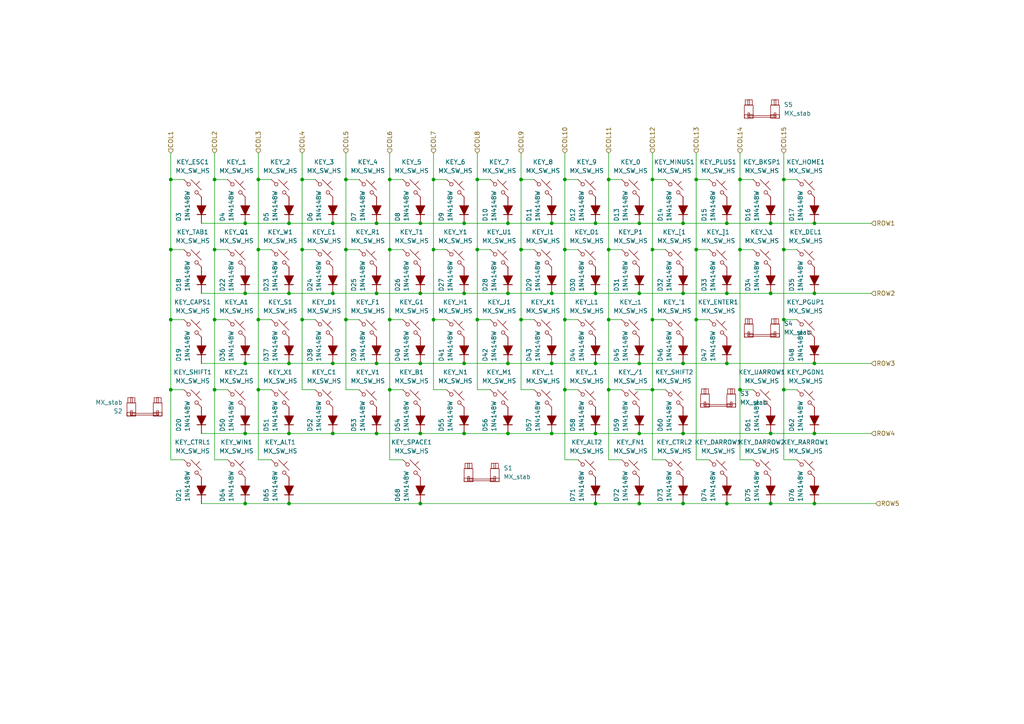
<source format=kicad_sch>
(kicad_sch (version 20250114) (generator "eeschema") (generator_version "9.0")
  (paper "A4")
  (junction (at 227.33 72.39))
  (junction (at 223.52 146.05))
  (junction (at 151.13 92.71))
  (junction (at 74.93 92.71))
  (junction (at 147.32 125.73))
  (junction (at 138.43 72.39))
  (junction (at 83.82 85.09))
  (junction (at 198.12 85.09))
  (junction (at 210.82 85.09))
  (junction (at 109.22 64.77))
  (junction (at 113.03 113.03))
  (junction (at 210.82 105.41))
  (junction (at 227.33 92.71))
  (junction (at 176.53 113.03))
  (junction (at 147.32 105.41))
  (junction (at 83.82 125.73))
  (junction (at 138.43 52.07))
  (junction (at 62.23 92.71))
  (junction (at 96.52 125.73))
  (junction (at 62.23 113.03))
  (junction (at 160.02 85.09))
  (junction (at 163.83 92.71))
  (junction (at 74.93 72.39))
  (junction (at 223.52 125.73))
  (junction (at 214.63 113.03))
  (junction (at 71.12 125.73))
  (junction (at 134.62 105.41))
  (junction (at 236.22 146.05))
  (junction (at 96.52 105.41))
  (junction (at 134.62 85.09))
  (junction (at 71.12 64.77))
  (junction (at 201.93 72.39))
  (junction (at 198.12 146.05))
  (junction (at 160.02 125.73))
  (junction (at 83.82 105.41))
  (junction (at 96.52 64.77))
  (junction (at 201.93 92.71))
  (junction (at 198.12 125.73))
  (junction (at 223.52 64.77))
  (junction (at 189.23 113.03))
  (junction (at 62.23 72.39))
  (junction (at 121.92 105.41))
  (junction (at 236.22 85.09))
  (junction (at 185.42 146.05))
  (junction (at 151.13 52.07))
  (junction (at 71.12 85.09))
  (junction (at 189.23 52.07))
  (junction (at 176.53 52.07))
  (junction (at 87.63 52.07))
  (junction (at 198.12 64.77))
  (junction (at 113.03 52.07))
  (junction (at 49.53 72.39))
  (junction (at 185.42 85.09))
  (junction (at 138.43 92.71))
  (junction (at 172.72 85.09))
  (junction (at 100.33 72.39))
  (junction (at 189.23 72.39))
  (junction (at 74.93 113.03))
  (junction (at 176.53 92.71))
  (junction (at 121.92 125.73))
  (junction (at 210.82 146.05))
  (junction (at 125.73 72.39))
  (junction (at 109.22 125.73))
  (junction (at 121.92 85.09))
  (junction (at 172.72 146.05))
  (junction (at 71.12 146.05))
  (junction (at 227.33 52.07))
  (junction (at 121.92 64.77))
  (junction (at 109.22 85.09))
  (junction (at 109.22 105.41))
  (junction (at 134.62 64.77))
  (junction (at 49.53 113.03))
  (junction (at 125.73 92.71))
  (junction (at 189.23 92.71))
  (junction (at 87.63 72.39))
  (junction (at 185.42 105.41))
  (junction (at 83.82 146.05))
  (junction (at 236.22 105.41))
  (junction (at 62.23 52.07))
  (junction (at 49.53 52.07))
  (junction (at 163.83 52.07))
  (junction (at 172.72 64.77))
  (junction (at 160.02 105.41))
  (junction (at 96.52 85.09))
  (junction (at 113.03 72.39))
  (junction (at 227.33 113.03))
  (junction (at 160.02 64.77))
  (junction (at 74.93 52.07))
  (junction (at 71.12 105.41))
  (junction (at 83.82 64.77))
  (junction (at 210.82 64.77))
  (junction (at 100.33 92.71))
  (junction (at 134.62 125.73))
  (junction (at 125.73 52.07))
  (junction (at 214.63 72.39))
  (junction (at 151.13 72.39))
  (junction (at 100.33 52.07))
  (junction (at 121.92 146.05))
  (junction (at 198.12 105.41))
  (junction (at 163.83 113.03))
  (junction (at 172.72 105.41))
  (junction (at 176.53 72.39))
  (junction (at 147.32 85.09))
  (junction (at 172.72 125.73))
  (junction (at 236.22 125.73))
  (junction (at 163.83 72.39))
  (junction (at 87.63 92.71))
  (junction (at 214.63 52.07))
  (junction (at 147.32 64.77))
  (junction (at 185.42 125.73))
  (junction (at 201.93 52.07))
  (junction (at 49.53 92.71))
  (junction (at 185.42 64.77))
  (junction (at 223.52 85.09))
  (junction (at 236.22 64.77))
  (junction (at 113.03 92.71))
  (wire (pts (xy 163.83 113.03) (xy 167.64 113.03)))
  (wire (pts (xy 198.12 146.05) (xy 210.82 146.05)))
  (wire (pts (xy 113.03 52.07) (xy 113.03 72.39)))
  (wire (pts (xy 138.43 44.45) (xy 138.43 52.07)))
  (wire (pts (xy 172.72 64.77) (xy 185.42 64.77)))
  (wire (pts (xy 87.63 72.39) (xy 87.63 92.71)))
  (wire (pts (xy 227.33 72.39) (xy 231.14 72.39)))
  (wire (pts (xy 227.33 52.07) (xy 227.33 72.39)))
  (wire (pts (xy 100.33 92.71) (xy 100.33 113.03)))
  (wire (pts (xy 163.83 72.39) (xy 167.64 72.39)))
  (wire (pts (xy 151.13 72.39) (xy 151.13 92.71)))
  (wire (pts (xy 163.83 92.71) (xy 163.83 113.03)))
  (wire (pts (xy 74.93 113.03) (xy 74.93 133.35)))
  (wire (pts (xy 151.13 44.45) (xy 151.13 52.07)))
  (wire (pts (xy 176.53 52.07) (xy 180.34 52.07)))
  (wire (pts (xy 223.52 146.05) (xy 236.22 146.05)))
  (wire (pts (xy 49.53 113.03) (xy 53.34 113.03)))
  (wire (pts (xy 83.82 105.41) (xy 71.12 105.41)))
  (wire (pts (xy 74.93 133.35) (xy 78.74 133.35)))
  (wire (pts (xy 176.53 92.71) (xy 180.34 92.71)))
  (wire (pts (xy 236.22 105.41) (xy 252.73 105.41)))
  (wire (pts (xy 113.03 72.39) (xy 116.84 72.39)))
  (wire (pts (xy 49.53 44.45) (xy 49.53 52.07)))
  (wire (pts (xy 49.53 133.35) (xy 53.34 133.35)))
  (wire (pts (xy 223.52 64.77) (xy 236.22 64.77)))
  (wire (pts (xy 121.92 125.73) (xy 109.22 125.73)))
  (wire (pts (xy 49.53 92.71) (xy 53.34 92.71)))
  (wire (pts (xy 214.63 133.35) (xy 218.44 133.35)))
  (wire (pts (xy 147.32 85.09) (xy 134.62 85.09)))
  (wire (pts (xy 198.12 105.41) (xy 185.42 105.41)))
  (wire (pts (xy 87.63 52.07) (xy 91.44 52.07)))
  (wire (pts (xy 83.82 64.77) (xy 96.52 64.77)))
  (wire (pts (xy 198.12 85.09) (xy 185.42 85.09)))
  (wire (pts (xy 160.02 64.77) (xy 172.72 64.77)))
  (wire (pts (xy 163.83 52.07) (xy 167.64 52.07)))
  (wire (pts (xy 227.33 133.35) (xy 231.14 133.35)))
  (wire (pts (xy 134.62 85.09) (xy 121.92 85.09)))
  (wire (pts (xy 138.43 52.07) (xy 142.24 52.07)))
  (wire (pts (xy 83.82 125.73) (xy 71.12 125.73)))
  (wire (pts (xy 227.33 44.45) (xy 227.33 52.07)))
  (wire (pts (xy 74.93 72.39) (xy 74.93 92.71)))
  (wire (pts (xy 214.63 113.03) (xy 214.63 133.35)))
  (wire (pts (xy 125.73 52.07) (xy 129.54 52.07)))
  (wire (pts (xy 163.83 133.35) (xy 167.64 133.35)))
  (wire (pts (xy 160.02 105.41) (xy 147.32 105.41)))
  (wire (pts (xy 96.52 125.73) (xy 83.82 125.73)))
  (wire (pts (xy 205.74 92.71) (xy 201.93 92.71)))
  (wire (pts (xy 74.93 52.07) (xy 74.93 72.39)))
  (wire (pts (xy 252.73 85.09) (xy 236.22 85.09)))
  (wire (pts (xy 87.63 72.39) (xy 91.44 72.39)))
  (wire (pts (xy 109.22 85.09) (xy 96.52 85.09)))
  (wire (pts (xy 198.12 105.41) (xy 210.82 105.41)))
  (wire (pts (xy 74.93 52.07) (xy 78.74 52.07)))
  (wire (pts (xy 138.43 113.03) (xy 142.24 113.03)))
  (wire (pts (xy 236.22 125.73) (xy 252.73 125.73)))
  (wire (pts (xy 71.12 85.09) (xy 58.42 85.09)))
  (wire (pts (xy 198.12 64.77) (xy 210.82 64.77)))
  (wire (pts (xy 113.03 113.03) (xy 116.84 113.03)))
  (wire (pts (xy 71.12 146.05) (xy 58.42 146.05)))
  (wire (pts (xy 151.13 72.39) (xy 154.94 72.39)))
  (wire (pts (xy 96.52 64.77) (xy 109.22 64.77)))
  (wire (pts (xy 87.63 44.45) (xy 87.63 52.07)))
  (wire (pts (xy 176.53 72.39) (xy 176.53 92.71)))
  (wire (pts (xy 74.93 72.39) (xy 78.74 72.39)))
  (wire (pts (xy 58.42 64.77) (xy 71.12 64.77)))
  (wire (pts (xy 121.92 85.09) (xy 109.22 85.09)))
  (wire (pts (xy 227.33 113.03) (xy 231.14 113.03)))
  (wire (pts (xy 62.23 113.03) (xy 62.23 133.35)))
  (wire (pts (xy 163.83 113.03) (xy 163.83 133.35)))
  (wire (pts (xy 236.22 146.05) (xy 254 146.05)))
  (wire (pts (xy 176.53 44.45) (xy 176.53 52.07)))
  (wire (pts (xy 223.52 125.73) (xy 236.22 125.73)))
  (wire (pts (xy 172.72 125.73) (xy 160.02 125.73)))
  (wire (pts (xy 198.12 125.73) (xy 223.52 125.73)))
  (wire (pts (xy 189.23 72.39) (xy 189.23 92.71)))
  (wire (pts (xy 125.73 44.45) (xy 125.73 52.07)))
  (wire (pts (xy 189.23 92.71) (xy 189.23 113.03)))
  (wire (pts (xy 172.72 146.05) (xy 185.42 146.05)))
  (wire (pts (xy 160.02 125.73) (xy 147.32 125.73)))
  (wire (pts (xy 100.33 113.03) (xy 104.14 113.03)))
  (wire (pts (xy 201.93 72.39) (xy 205.74 72.39)))
  (wire (pts (xy 96.52 105.41) (xy 83.82 105.41)))
  (wire (pts (xy 125.73 72.39) (xy 125.73 92.71)))
  (wire (pts (xy 201.93 52.07) (xy 205.74 52.07)))
  (wire (pts (xy 62.23 72.39) (xy 66.04 72.39)))
  (wire (pts (xy 96.52 85.09) (xy 83.82 85.09)))
  (wire (pts (xy 62.23 72.39) (xy 62.23 92.71)))
  (wire (pts (xy 100.33 44.45) (xy 100.33 52.07)))
  (wire (pts (xy 121.92 64.77) (xy 134.62 64.77)))
  (wire (pts (xy 185.42 125.73) (xy 198.12 125.73)))
  (wire (pts (xy 62.23 52.07) (xy 66.04 52.07)))
  (wire (pts (xy 151.13 92.71) (xy 154.94 92.71)))
  (wire (pts (xy 83.82 85.09) (xy 71.12 85.09)))
  (wire (pts (xy 176.53 72.39) (xy 180.34 72.39)))
  (wire (pts (xy 223.52 85.09) (xy 210.82 85.09)))
  (wire (pts (xy 176.53 133.35) (xy 180.34 133.35)))
  (wire (pts (xy 71.12 125.73) (xy 58.42 125.73)))
  (wire (pts (xy 201.93 133.35) (xy 205.74 133.35)))
  (wire (pts (xy 147.32 125.73) (xy 134.62 125.73)))
  (wire (pts (xy 113.03 113.03) (xy 113.03 133.35)))
  (wire (pts (xy 100.33 92.71) (xy 104.14 92.71)))
  (wire (pts (xy 201.93 52.07) (xy 201.93 72.39)))
  (wire (pts (xy 185.42 85.09) (xy 172.72 85.09)))
  (wire (pts (xy 109.22 64.77) (xy 121.92 64.77)))
  (wire (pts (xy 214.63 52.07) (xy 218.44 52.07)))
  (wire (pts (xy 121.92 105.41) (xy 109.22 105.41)))
  (wire (pts (xy 100.33 52.07) (xy 104.14 52.07)))
  (wire (pts (xy 49.53 72.39) (xy 49.53 92.71)))
  (wire (pts (xy 138.43 72.39) (xy 138.43 92.71)))
  (wire (pts (xy 138.43 92.71) (xy 138.43 113.03)))
  (wire (pts (xy 74.93 44.45) (xy 74.93 52.07)))
  (wire (pts (xy 121.92 146.05) (xy 172.72 146.05)))
  (wire (pts (xy 214.63 52.07) (xy 214.63 72.39)))
  (wire (pts (xy 151.13 52.07) (xy 154.94 52.07)))
  (wire (pts (xy 189.23 113.03) (xy 193.04 113.03)))
  (wire (pts (xy 189.23 44.45) (xy 189.23 52.07)))
  (wire (pts (xy 100.33 52.07) (xy 100.33 72.39)))
  (wire (pts (xy 100.33 72.39) (xy 100.33 92.71)))
  (wire (pts (xy 151.13 92.71) (xy 151.13 113.03)))
  (wire (pts (xy 49.53 52.07) (xy 53.34 52.07)))
  (wire (pts (xy 214.63 44.45) (xy 214.63 52.07)))
  (wire (pts (xy 189.23 52.07) (xy 193.04 52.07)))
  (wire (pts (xy 109.22 105.41) (xy 96.52 105.41)))
  (wire (pts (xy 83.82 146.05) (xy 121.92 146.05)))
  (wire (pts (xy 227.33 92.71) (xy 227.33 113.03)))
  (wire (pts (xy 138.43 72.39) (xy 142.24 72.39)))
  (wire (pts (xy 109.22 125.73) (xy 96.52 125.73)))
  (wire (pts (xy 62.23 133.35) (xy 66.04 133.35)))
  (wire (pts (xy 172.72 105.41) (xy 160.02 105.41)))
  (wire (pts (xy 151.13 52.07) (xy 151.13 72.39)))
  (wire (pts (xy 125.73 113.03) (xy 125.73 92.71)))
  (wire (pts (xy 227.33 92.71) (xy 231.14 92.71)))
  (wire (pts (xy 201.93 92.71) (xy 201.93 133.35)))
  (wire (pts (xy 210.82 85.09) (xy 198.12 85.09)))
  (wire (pts (xy 236.22 85.09) (xy 223.52 85.09)))
  (wire (pts (xy 71.12 64.77) (xy 83.82 64.77)))
  (wire (pts (xy 125.73 92.71) (xy 129.54 92.71)))
  (wire (pts (xy 62.23 92.71) (xy 62.23 113.03)))
  (wire (pts (xy 189.23 113.03) (xy 189.23 133.35)))
  (wire (pts (xy 236.22 64.77) (xy 252.73 64.77)))
  (wire (pts (xy 62.23 52.07) (xy 62.23 72.39)))
  (wire (pts (xy 176.53 113.03) (xy 176.53 133.35)))
  (wire (pts (xy 210.82 146.05) (xy 223.52 146.05)))
  (wire (pts (xy 147.32 105.41) (xy 134.62 105.41)))
  (wire (pts (xy 74.93 113.03) (xy 78.74 113.03)))
  (wire (pts (xy 113.03 133.35) (xy 116.84 133.35)))
  (wire (pts (xy 218.44 113.03) (xy 214.63 113.03)))
  (wire (pts (xy 227.33 52.07) (xy 231.14 52.07)))
  (wire (pts (xy 193.04 92.71) (xy 189.23 92.71)))
  (wire (pts (xy 49.53 113.03) (xy 49.53 133.35)))
  (wire (pts (xy 163.83 44.45) (xy 163.83 52.07)))
  (wire (pts (xy 189.23 52.07) (xy 189.23 72.39)))
  (wire (pts (xy 125.73 113.03) (xy 129.54 113.03)))
  (wire (pts (xy 227.33 113.03) (xy 227.33 133.35)))
  (wire (pts (xy 62.23 113.03) (xy 66.04 113.03)))
  (wire (pts (xy 138.43 92.71) (xy 142.24 92.71)))
  (wire (pts (xy 134.62 125.73) (xy 121.92 125.73)))
  (wire (pts (xy 151.13 113.03) (xy 154.94 113.03)))
  (wire (pts (xy 113.03 52.07) (xy 116.84 52.07)))
  (wire (pts (xy 87.63 92.71) (xy 87.63 113.03)))
  (wire (pts (xy 74.93 92.71) (xy 78.74 92.71)))
  (wire (pts (xy 184.15 113.03) (xy 189.23 113.03)))
  (wire (pts (xy 227.33 72.39) (xy 227.33 92.71)))
  (wire (pts (xy 163.83 52.07) (xy 163.83 72.39)))
  (wire (pts (xy 185.42 105.41) (xy 172.72 105.41)))
  (wire (pts (xy 185.42 64.77) (xy 198.12 64.77)))
  (wire (pts (xy 62.23 44.45) (xy 62.23 52.07)))
  (wire (pts (xy 49.53 72.39) (xy 53.34 72.39)))
  (wire (pts (xy 163.83 92.71) (xy 167.64 92.71)))
  (wire (pts (xy 189.23 72.39) (xy 193.04 72.39)))
  (wire (pts (xy 125.73 52.07) (xy 125.73 72.39)))
  (wire (pts (xy 83.82 146.05) (xy 71.12 146.05)))
  (wire (pts (xy 185.42 125.73) (xy 172.72 125.73)))
  (wire (pts (xy 214.63 113.03) (xy 214.63 72.39)))
  (wire (pts (xy 138.43 52.07) (xy 138.43 72.39)))
  (wire (pts (xy 134.62 64.77) (xy 147.32 64.77)))
  (wire (pts (xy 113.03 92.71) (xy 113.03 113.03)))
  (wire (pts (xy 71.12 105.41) (xy 58.42 105.41)))
  (wire (pts (xy 189.23 133.35) (xy 193.04 133.35)))
  (wire (pts (xy 185.42 146.05) (xy 198.12 146.05)))
  (wire (pts (xy 49.53 92.71) (xy 49.53 113.03)))
  (wire (pts (xy 113.03 72.39) (xy 113.03 92.71)))
  (wire (pts (xy 74.93 92.71) (xy 74.93 113.03)))
  (wire (pts (xy 100.33 72.39) (xy 104.14 72.39)))
  (wire (pts (xy 172.72 85.09) (xy 160.02 85.09)))
  (wire (pts (xy 210.82 64.77) (xy 223.52 64.77)))
  (wire (pts (xy 176.53 113.03) (xy 180.34 113.03)))
  (wire (pts (xy 49.53 52.07) (xy 49.53 72.39)))
  (wire (pts (xy 163.83 72.39) (xy 163.83 92.71)))
  (wire (pts (xy 113.03 92.71) (xy 116.84 92.71)))
  (wire (pts (xy 62.23 92.71) (xy 66.04 92.71)))
  (wire (pts (xy 134.62 105.41) (xy 121.92 105.41)))
  (wire (pts (xy 147.32 64.77) (xy 160.02 64.77)))
  (wire (pts (xy 176.53 52.07) (xy 176.53 72.39)))
  (wire (pts (xy 210.82 105.41) (xy 236.22 105.41)))
  (wire (pts (xy 87.63 113.03) (xy 91.44 113.03)))
  (wire (pts (xy 87.63 92.71) (xy 91.44 92.71)))
  (wire (pts (xy 113.03 44.45) (xy 113.03 52.07)))
  (wire (pts (xy 125.73 72.39) (xy 129.54 72.39)))
  (wire (pts (xy 201.93 72.39) (xy 201.93 92.71)))
  (wire (pts (xy 201.93 44.45) (xy 201.93 52.07)))
  (wire (pts (xy 214.63 72.39) (xy 218.44 72.39)))
  (wire (pts (xy 176.53 92.71) (xy 176.53 113.03)))
  (wire (pts (xy 160.02 85.09) (xy 147.32 85.09)))
  (wire (pts (xy 87.63 52.07) (xy 87.63 72.39)))
  (hierarchical_label "COL2" (shape input) (at 62.23 44.45 90))
  (hierarchical_label "COL4" (shape input) (at 87.63 44.45 90))
  (hierarchical_label "ROW1" (shape input) (at 252.73 64.77 0))
  (hierarchical_label "COL7" (shape input) (at 125.73 44.45 90))
  (hierarchical_label "COL3" (shape input) (at 74.93 44.45 90))
  (hierarchical_label "COL6" (shape input) (at 113.03 44.45 90))
  (hierarchical_label "ROW4" (shape input) (at 252.73 125.73 0))
  (hierarchical_label "COL12" (shape input) (at 189.23 44.45 90))
  (hierarchical_label "ROW3" (shape input) (at 252.73 105.41 0))
  (hierarchical_label "COL11" (shape input) (at 176.53 44.45 90))
  (hierarchical_label "COL1" (shape input) (at 49.53 44.45 90))
  (hierarchical_label "COL13" (shape input) (at 201.93 44.45 90))
  (hierarchical_label "COL10" (shape input) (at 163.83 44.45 90))
  (hierarchical_label "ROW2" (shape input) (at 252.73 85.09 0))
  (hierarchical_label "COL14" (shape input) (at 214.63 44.45 90))
  (hierarchical_label "COL9" (shape input) (at 151.13 44.45 90))
  (hierarchical_label "COL8" (shape input) (at 138.43 44.45 90))
  (hierarchical_label "COL5" (shape input) (at 100.33 44.45 90))
  (hierarchical_label "COL15" (shape input) (at 227.33 44.45 90))
  (hierarchical_label "ROW5" (shape input) (at 254 146.05 0))
  (symbol (lib_id "PCM_marbastlib-mx:MX_SW_HS_CPG151101S11") (at 132.08 115.57 0) (unit 1)
    (property "Reference" "KEY_N1" (at 132.08 107.95 0))
    (property "Value" "MX_SW_HS" (at 132.08 110.49 0))
    (property "Footprint" "PCM_marbastlib-mx:SW_MX_HS_CPG151101S11_1u" (effects (hide yes)))
    (property "Description" "Push button switch, normally open, two pins, 45° tilted, Kailh CPG151101S11 for Cherry MX style switches" (effects (hide yes)))
  )
  (symbol (lib_id "PCM_marbastlib-mx:MX_SW_HS_CPG151101S11") (at 170.18 74.93 0) (unit 1)
    (property "Reference" "KEY_O1" (at 170.18 67.31 0))
    (property "Value" "MX_SW_HS" (at 170.18 69.85 0))
    (property "Footprint" "PCM_marbastlib-mx:SW_MX_HS_CPG151101S11_1u" (effects (hide yes)))
    (property "Description" "Push button switch, normally open, two pins, 45° tilted, Kailh CPG151101S11 for Cherry MX style switches" (effects (hide yes)))
  )
  (symbol (lib_id "PCM_marbastlib-mx:MX_SW_HS_CPG151101S11") (at 144.78 95.25 0) (unit 1)
    (property "Reference" "KEY_J1" (at 144.78 87.63 0))
    (property "Value" "MX_SW_HS" (at 144.78 90.17 0))
    (property "Footprint" "PCM_marbastlib-mx:SW_MX_HS_CPG151101S11_1u" (effects (hide yes)))
    (property "Description" "Push button switch, normally open, two pins, 45° tilted, Kailh CPG151101S11 for Cherry MX style switches" (effects (hide yes)))
  )
  (symbol (lib_id "PCM_marbastlib-mx:MX_SW_HS_CPG151101S11") (at 170.18 135.89 0) (unit 1)
    (property "Reference" "KEY_ALT2" (at 170.18 128.27 0))
    (property "Value" "MX_SW_HS" (at 170.18 130.81 0))
    (property "Footprint" "PCM_marbastlib-mx:SW_MX_HS_CPG151101S11_1u" (effects (hide yes)))
    (property "Description" "Push button switch, normally open, two pins, 45° tilted, Kailh CPG151101S11 for Cherry MX style switches" (effects (hide yes)))
  )
  (symbol (lib_id "PCM_Diode_AKL:1N4148W") (at 236.22 81.28 270) (unit 1)
    (property "Reference" "D35" (at 229.616 84.582 0) (effects (justify right)))
    (property "Value" "1N4148W" (at 232.156 84.582 0) (effects (justify right)))
    (property "Footprint" "PCM_Diode_SMD_AKL:D_SOD-123" (effects (hide yes)))
    (property "Datasheet" "https://datasheet.octopart.com/1N4148W-HE3-18-Vishay-datasheet-17291302.pdf" (effects (hide yes)))
    (property "Description" "SOD-123 Diode, Small Signal, Fast Switching, 75V, 150mA, 4ns, Alternate KiCad Library" (effects (hide yes)))
  )
  (symbol (lib_id "PCM_Diode_AKL:1N4148W") (at 121.92 142.24 270) (unit 1)
    (property "Reference" "D68" (at 115.316 145.542 0) (effects (justify right)))
    (property "Value" "1N4148W" (at 117.856 145.542 0) (effects (justify right)))
    (property "Footprint" "PCM_Diode_SMD_AKL:D_SOD-123" (effects (hide yes)))
    (property "Datasheet" "https://datasheet.octopart.com/1N4148W-HE3-18-Vishay-datasheet-17291302.pdf" (effects (hide yes)))
    (property "Description" "SOD-123 Diode, Small Signal, Fast Switching, 75V, 150mA, 4ns, Alternate KiCad Library" (effects (hide yes)))
  )
  (symbol (lib_id "PCM_Diode_AKL:1N4148W") (at 71.12 101.6 270) (unit 1)
    (property "Reference" "D36" (at 64.516 104.902 0) (effects (justify right)))
    (property "Value" "1N4148W" (at 67.056 104.902 0) (effects (justify right)))
    (property "Footprint" "PCM_Diode_SMD_AKL:D_SOD-123" (effects (hide yes)))
    (property "Datasheet" "https://datasheet.octopart.com/1N4148W-HE3-18-Vishay-datasheet-17291302.pdf" (effects (hide yes)))
    (property "Description" "SOD-123 Diode, Small Signal, Fast Switching, 75V, 150mA, 4ns, Alternate KiCad Library" (effects (hide yes)))
  )
  (symbol (lib_id "PCM_marbastlib-mx:MX_SW_HS_CPG151101S11") (at 81.28 135.89 0) (unit 1)
    (property "Reference" "KEY_ALT1" (at 81.28 128.27 0))
    (property "Value" "MX_SW_HS" (at 81.28 130.81 0))
    (property "Footprint" "PCM_marbastlib-mx:SW_MX_HS_CPG151101S11_1u" (effects (hide yes)))
    (property "Description" "Push button switch, normally open, two pins, 45° tilted, Kailh CPG151101S11 for Cherry MX style switches" (effects (hide yes)))
  )
  (symbol (lib_id "PCM_Diode_AKL:1N4148W") (at 134.62 81.28 270) (unit 1)
    (property "Reference" "D27" (at 128.016 84.582 0) (effects (justify right)))
    (property "Value" "1N4148W" (at 130.556 84.582 0) (effects (justify right)))
    (property "Footprint" "PCM_Diode_SMD_AKL:D_SOD-123" (effects (hide yes)))
    (property "Datasheet" "https://datasheet.octopart.com/1N4148W-HE3-18-Vishay-datasheet-17291302.pdf" (effects (hide yes)))
    (property "Description" "SOD-123 Diode, Small Signal, Fast Switching, 75V, 150mA, 4ns, Alternate KiCad Library" (effects (hide yes)))
  )
  (symbol (lib_id "PCM_marbastlib-mx:MX_SW_HS_CPG151101S11") (at 220.98 74.93 0) (unit 1)
    (property "Reference" "KEY_\\1" (at 220.98 67.31 0))
    (property "Value" "MX_SW_HS" (at 220.98 69.85 0))
    (property "Footprint" "PCM_marbastlib-mx:SW_MX_HS_CPG151101S11_1u" (effects (hide yes)))
    (property "Description" "Push button switch, normally open, two pins, 45° tilted, Kailh CPG151101S11 for Cherry MX style switches" (effects (hide yes)))
  )
  (symbol (lib_id "PCM_marbastlib-mx:MX_SW_HS_CPG151101S11") (at 233.68 115.57 0) (unit 1)
    (property "Reference" "KEY_PGDN1" (at 233.68 107.95 0))
    (property "Value" "MX_SW_HS" (at 233.68 110.49 0))
    (property "Footprint" "PCM_marbastlib-mx:SW_MX_HS_CPG151101S11_1u" (effects (hide yes)))
    (property "Description" "Push button switch, normally open, two pins, 45° tilted, Kailh CPG151101S11 for Cherry MX style switches" (effects (hide yes)))
  )
  (symbol (lib_id "PCM_marbastlib-mx:MX_SW_HS_CPG151101S11") (at 233.68 135.89 0) (unit 1)
    (property "Reference" "KEY_RARROW1" (at 233.68 128.27 0))
    (property "Value" "MX_SW_HS" (at 233.68 130.81 0))
    (property "Footprint" "PCM_marbastlib-mx:SW_MX_HS_CPG151101S11_1u" (effects (hide yes)))
    (property "Description" "Push button switch, normally open, two pins, 45° tilted, Kailh CPG151101S11 for Cherry MX style switches" (effects (hide yes)))
  )
  (symbol (lib_id "PCM_Diode_AKL:1N4148W") (at 160.02 60.96 270) (unit 1)
    (property "Reference" "D11" (at 153.416 64.262 0) (effects (justify right)))
    (property "Value" "1N4148W" (at 155.956 64.262 0) (effects (justify right)))
    (property "Footprint" "PCM_Diode_SMD_AKL:D_SOD-123" (effects (hide yes)))
    (property "Datasheet" "https://datasheet.octopart.com/1N4148W-HE3-18-Vishay-datasheet-17291302.pdf" (effects (hide yes)))
    (property "Description" "SOD-123 Diode, Small Signal, Fast Switching, 75V, 150mA, 4ns, Alternate KiCad Library" (effects (hide yes)))
  )
  (symbol (lib_id "PCM_Diode_AKL:1N4148W") (at 96.52 121.92 270) (unit 1)
    (property "Reference" "D52" (at 89.916 125.222 0) (effects (justify right)))
    (property "Value" "1N4148W" (at 92.456 125.222 0) (effects (justify right)))
    (property "Footprint" "PCM_Diode_SMD_AKL:D_SOD-123" (effects (hide yes)))
    (property "Datasheet" "https://datasheet.octopart.com/1N4148W-HE3-18-Vishay-datasheet-17291302.pdf" (effects (hide yes)))
    (property "Description" "SOD-123 Diode, Small Signal, Fast Switching, 75V, 150mA, 4ns, Alternate KiCad Library" (effects (hide yes)))
  )
  (symbol (lib_id "PCM_Diode_AKL:1N4148W") (at 198.12 121.92 270) (unit 1)
    (property "Reference" "D60" (at 191.516 125.222 0) (effects (justify right)))
    (property "Value" "1N4148W" (at 194.056 125.222 0) (effects (justify right)))
    (property "Footprint" "PCM_Diode_SMD_AKL:D_SOD-123" (effects (hide yes)))
    (property "Datasheet" "https://datasheet.octopart.com/1N4148W-HE3-18-Vishay-datasheet-17291302.pdf" (effects (hide yes)))
    (property "Description" "SOD-123 Diode, Small Signal, Fast Switching, 75V, 150mA, 4ns, Alternate KiCad Library" (effects (hide yes)))
  )
  (symbol (lib_id "PCM_marbastlib-mx:MX_SW_HS_CPG151101S11") (at 182.88 54.61 0) (unit 1)
    (property "Reference" "KEY_0" (at 182.88 46.99 0))
    (property "Value" "MX_SW_HS" (at 182.88 49.53 0))
    (property "Footprint" "PCM_marbastlib-mx:SW_MX_HS_CPG151101S11_1u" (effects (hide yes)))
    (property "Description" "Push button switch, normally open, two pins, 45° tilted, Kailh CPG151101S11 for Cherry MX style switches" (effects (hide yes)))
  )
  (symbol (lib_id "PCM_Diode_AKL:1N4148W") (at 147.32 81.28 270) (unit 1)
    (property "Reference" "D28" (at 140.716 84.582 0) (effects (justify right)))
    (property "Value" "1N4148W" (at 143.256 84.582 0) (effects (justify right)))
    (property "Footprint" "PCM_Diode_SMD_AKL:D_SOD-123" (effects (hide yes)))
    (property "Datasheet" "https://datasheet.octopart.com/1N4148W-HE3-18-Vishay-datasheet-17291302.pdf" (effects (hide yes)))
    (property "Description" "SOD-123 Diode, Small Signal, Fast Switching, 75V, 150mA, 4ns, Alternate KiCad Library" (effects (hide yes)))
  )
  (symbol (lib_id "PCM_marbastlib-mx:MX_SW_HS_CPG151101S11") (at 195.58 74.93 0) (unit 1)
    (property "Reference" "KEY_[1" (at 195.58 67.31 0))
    (property "Value" "MX_SW_HS" (at 195.58 69.85 0))
    (property "Footprint" "PCM_marbastlib-mx:SW_MX_HS_CPG151101S11_1u" (effects (hide yes)))
    (property "Description" "Push button switch, normally open, two pins, 45° tilted, Kailh CPG151101S11 for Cherry MX style switches" (effects (hide yes)))
  )
  (symbol (lib_id "PCM_marbastlib-mx:MX_SW_HS_CPG151101S11") (at 208.28 135.89 0) (unit 1)
    (property "Reference" "KEY_DARROW1" (at 208.28 128.27 0))
    (property "Value" "MX_SW_HS" (at 208.28 130.81 0))
    (property "Footprint" "PCM_marbastlib-mx:SW_MX_HS_CPG151101S11_1u" (effects (hide yes)))
    (property "Description" "Push button switch, normally open, two pins, 45° tilted, Kailh CPG151101S11 for Cherry MX style switches" (effects (hide yes)))
  )
  (symbol (lib_id "PCM_marbastlib-mx:MX_SW_HS_CPG151101S11") (at 195.58 115.57 0) (unit 1)
    (property "Reference" "KEY_SHIFT2" (at 195.58 107.95 0))
    (property "Value" "MX_SW_HS" (at 195.58 110.49 0))
    (property "Footprint" "PCM_marbastlib-mx:SW_MX_HS_CPG151101S11_1u" (effects (hide yes)))
    (property "Description" "Push button switch, normally open, two pins, 45° tilted, Kailh CPG151101S11 for Cherry MX style switches" (effects (hide yes)))
  )
  (symbol (lib_id "PCM_Diode_AKL:1N4148W") (at 198.12 81.28 270) (unit 1)
    (property "Reference" "D32" (at 191.516 84.582 0) (effects (justify right)))
    (property "Value" "1N4148W" (at 194.056 84.582 0) (effects (justify right)))
    (property "Footprint" "PCM_Diode_SMD_AKL:D_SOD-123" (effects (hide yes)))
    (property "Datasheet" "https://datasheet.octopart.com/1N4148W-HE3-18-Vishay-datasheet-17291302.pdf" (effects (hide yes)))
    (property "Description" "SOD-123 Diode, Small Signal, Fast Switching, 75V, 150mA, 4ns, Alternate KiCad Library" (effects (hide yes)))
  )
  (symbol (lib_id "PCM_Diode_AKL:1N4148W") (at 185.42 142.24 270) (unit 1)
    (property "Reference" "D72" (at 178.816 145.542 0) (effects (justify right)))
    (property "Value" "1N4148W" (at 181.356 145.542 0) (effects (justify right)))
    (property "Footprint" "PCM_Diode_SMD_AKL:D_SOD-123" (effects (hide yes)))
    (property "Datasheet" "https://datasheet.octopart.com/1N4148W-HE3-18-Vishay-datasheet-17291302.pdf" (effects (hide yes)))
    (property "Description" "SOD-123 Diode, Small Signal, Fast Switching, 75V, 150mA, 4ns, Alternate KiCad Library" (effects (hide yes)))
  )
  (symbol (lib_id "PCM_Diode_AKL:1N4148W") (at 147.32 121.92 270) (unit 1)
    (property "Reference" "D56" (at 140.716 125.222 0) (effects (justify right)))
    (property "Value" "1N4148W" (at 143.256 125.222 0) (effects (justify right)))
    (property "Footprint" "PCM_Diode_SMD_AKL:D_SOD-123" (effects (hide yes)))
    (property "Datasheet" "https://datasheet.octopart.com/1N4148W-HE3-18-Vishay-datasheet-17291302.pdf" (effects (hide yes)))
    (property "Description" "SOD-123 Diode, Small Signal, Fast Switching, 75V, 150mA, 4ns, Alternate KiCad Library" (effects (hide yes)))
  )
  (symbol (lib_id "PCM_marbastlib-mx:MX_SW_HS_CPG151101S11") (at 106.68 54.61 0) (unit 1)
    (property "Reference" "KEY_4" (at 106.68 46.99 0))
    (property "Value" "MX_SW_HS" (at 106.68 49.53 0))
    (property "Footprint" "PCM_marbastlib-mx:SW_MX_HS_CPG151101S11_1u" (effects (hide yes)))
    (property "Description" "Push button switch, normally open, two pins, 45° tilted, Kailh CPG151101S11 for Cherry MX style switches" (effects (hide yes)))
  )
  (symbol (lib_id "PCM_marbastlib-mx:MX_SW_HS_CPG151101S11") (at 157.48 74.93 0) (unit 1)
    (property "Reference" "KEY_I1" (at 157.48 67.31 0))
    (property "Value" "MX_SW_HS" (at 157.48 69.85 0))
    (property "Footprint" "PCM_marbastlib-mx:SW_MX_HS_CPG151101S11_1u" (effects (hide yes)))
    (property "Description" "Push button switch, normally open, two pins, 45° tilted, Kailh CPG151101S11 for Cherry MX style switches" (effects (hide yes)))
  )
  (symbol (lib_id "PCM_marbastlib-mx:MX_SW_HS_CPG151101S11") (at 81.28 54.61 0) (unit 1)
    (property "Reference" "KEY_2" (at 81.28 46.99 0))
    (property "Value" "MX_SW_HS" (at 81.28 49.53 0))
    (property "Footprint" "PCM_marbastlib-mx:SW_MX_HS_CPG151101S11_1u" (effects (hide yes)))
    (property "Description" "Push button switch, normally open, two pins, 45° tilted, Kailh CPG151101S11 for Cherry MX style switches" (effects (hide yes)))
  )
  (symbol (lib_id "PCM_marbastlib-mx:MX_SW_HS_CPG151101S11") (at 157.48 54.61 0) (unit 1)
    (property "Reference" "KEY_8" (at 157.48 46.99 0))
    (property "Value" "MX_SW_HS" (at 157.48 49.53 0))
    (property "Footprint" "PCM_marbastlib-mx:SW_MX_HS_CPG151101S11_1u" (effects (hide yes)))
    (property "Description" "Push button switch, normally open, two pins, 45° tilted, Kailh CPG151101S11 for Cherry MX style switches" (effects (hide yes)))
  )
  (symbol (lib_id "PCM_marbastlib-mx:MX_SW_HS_CPG151101S11") (at 233.68 95.25 0) (unit 1)
    (property "Reference" "KEY_PGUP1" (at 233.68 87.63 0))
    (property "Value" "MX_SW_HS" (at 233.68 90.17 0))
    (property "Footprint" "PCM_marbastlib-mx:SW_MX_HS_CPG151101S11_1u" (effects (hide yes)))
    (property "Description" "Push button switch, normally open, two pins, 45° tilted, Kailh CPG151101S11 for Cherry MX style switches" (effects (hide yes)))
  )
  (symbol (lib_id "PCM_marbastlib-mx:MX_SW_HS_CPG151101S11") (at 144.78 54.61 0) (unit 1)
    (property "Reference" "KEY_7" (at 144.78 46.99 0))
    (property "Value" "MX_SW_HS" (at 144.78 49.53 0))
    (property "Footprint" "PCM_marbastlib-mx:SW_MX_HS_CPG151101S11_1u" (effects (hide yes)))
    (property "Description" "Push button switch, normally open, two pins, 45° tilted, Kailh CPG151101S11 for Cherry MX style switches" (effects (hide yes)))
  )
  (symbol (lib_id "PCM_marbastlib-mx:MX_SW_HS_CPG151101S11") (at 220.98 54.61 0) (unit 1)
    (property "Reference" "KEY_BKSP1" (at 220.98 46.99 0))
    (property "Value" "MX_SW_HS" (at 220.98 49.53 0))
    (property "Footprint" "PCM_marbastlib-mx:SW_MX_HS_CPG151101S11_1u" (effects (hide yes)))
    (property "Description" "Push button switch, normally open, two pins, 45° tilted, Kailh CPG151101S11 for Cherry MX style switches" (effects (hide yes)))
  )
  (symbol (lib_id "PCM_marbastlib-mx:MX_SW_HS_CPG151101S11") (at 55.88 135.89 0) (unit 1)
    (property "Reference" "KEY_CTRL1" (at 55.88 128.27 0))
    (property "Value" "MX_SW_HS" (at 55.88 130.81 0))
    (property "Footprint" "PCM_marbastlib-mx:SW_MX_HS_CPG151101S11_1u" (effects (hide yes)))
    (property "Description" "Push button switch, normally open, two pins, 45° tilted, Kailh CPG151101S11 for Cherry MX style switches" (effects (hide yes)))
  )
  (symbol (lib_id "PCM_marbastlib-mx:MX_SW_HS_CPG151101S11") (at 68.58 95.25 0) (unit 1)
    (property "Reference" "KEY_A1" (at 68.58 87.63 0))
    (property "Value" "MX_SW_HS" (at 68.58 90.17 0))
    (property "Footprint" "PCM_marbastlib-mx:SW_MX_HS_CPG151101S11_1u" (effects (hide yes)))
    (property "Description" "Push button switch, normally open, two pins, 45° tilted, Kailh CPG151101S11 for Cherry MX style switches" (effects (hide yes)))
  )
  (symbol (lib_id "PCM_marbastlib-mx:MX_SW_HS_CPG151101S11") (at 106.68 115.57 0) (unit 1)
    (property "Reference" "KEY_V1" (at 106.68 107.95 0))
    (property "Value" "MX_SW_HS" (at 106.68 110.49 0))
    (property "Footprint" "PCM_marbastlib-mx:SW_MX_HS_CPG151101S11_1u" (effects (hide yes)))
    (property "Description" "Push button switch, normally open, two pins, 45° tilted, Kailh CPG151101S11 for Cherry MX style switches" (effects (hide yes)))
  )
  (symbol (lib_id "PCM_marbastlib-mx:MX_SW_HS_CPG151101S11") (at 93.98 74.93 0) (unit 1)
    (property "Reference" "KEY_E1" (at 93.98 67.31 0))
    (property "Value" "MX_SW_HS" (at 93.98 69.85 0))
    (property "Footprint" "PCM_marbastlib-mx:SW_MX_HS_CPG151101S11_1u" (effects (hide yes)))
    (property "Description" "Push button switch, normally open, two pins, 45° tilted, Kailh CPG151101S11 for Cherry MX style switches" (effects (hide yes)))
  )
  (symbol (lib_id "PCM_marbastlib-mx:MX_SW_HS_CPG151101S11") (at 208.28 95.25 0) (unit 1)
    (property "Reference" "KEY_ENTER1" (at 208.28 87.63 0))
    (property "Value" "MX_SW_HS" (at 208.28 90.17 0))
    (property "Footprint" "PCM_marbastlib-mx:SW_MX_HS_CPG151101S11_1u" (effects (hide yes)))
    (property "Description" "Push button switch, normally open, two pins, 45° tilted, Kailh CPG151101S11 for Cherry MX style switches" (effects (hide yes)))
  )
  (symbol (lib_id "PCM_marbastlib-mx:MX_SW_HS_CPG151101S11") (at 106.68 95.25 0) (unit 1)
    (property "Reference" "KEY_F1" (at 106.68 87.63 0))
    (property "Value" "MX_SW_HS" (at 106.68 90.17 0))
    (property "Footprint" "PCM_marbastlib-mx:SW_MX_HS_CPG151101S11_1u" (effects (hide yes)))
    (property "Description" "Push button switch, normally open, two pins, 45° tilted, Kailh CPG151101S11 for Cherry MX style switches" (effects (hide yes)))
  )
  (symbol (lib_id "PCM_Diode_AKL:1N4148W") (at 58.42 101.6 270) (unit 1)
    (property "Reference" "D19" (at 51.816 104.902 0) (effects (justify right)))
    (property "Value" "1N4148W" (at 54.356 104.902 0) (effects (justify right)))
    (property "Footprint" "PCM_Diode_SMD_AKL:D_SOD-123" (effects (hide yes)))
    (property "Datasheet" "https://datasheet.octopart.com/1N4148W-HE3-18-Vishay-datasheet-17291302.pdf" (effects (hide yes)))
    (property "Description" "SOD-123 Diode, Small Signal, Fast Switching, 75V, 150mA, 4ns, Alternate KiCad Library" (effects (hide yes)))
  )
  (symbol (lib_id "PCM_marbastlib-mx:MX_SW_HS_CPG151101S11") (at 208.28 74.93 0) (unit 1)
    (property "Reference" "KEY_]1" (at 208.28 67.31 0))
    (property "Value" "MX_SW_HS" (at 208.28 69.85 0))
    (property "Footprint" "PCM_marbastlib-mx:SW_MX_HS_CPG151101S11_1u" (effects (hide yes)))
    (property "Description" "Push button switch, normally open, two pins, 45° tilted, Kailh CPG151101S11 for Cherry MX style switches" (effects (hide yes)))
  )
  (symbol (lib_id "PCM_marbastlib-mx:MX_SW_HS_CPG151101S11") (at 220.98 115.57 0) (unit 1)
    (property "Reference" "KEY_UARROW1" (at 220.98 107.95 0))
    (property "Value" "MX_SW_HS" (at 220.98 110.49 0))
    (property "Footprint" "PCM_marbastlib-mx:SW_MX_HS_CPG151101S11_1u" (effects (hide yes)))
    (property "Description" "Push button switch, normally open, two pins, 45° tilted, Kailh CPG151101S11 for Cherry MX style switches" (effects (hide yes)))
  )
  (symbol (lib_id "PCM_marbastlib-mx:MX_SW_HS_CPG151101S11") (at 220.98 135.89 0) (unit 1)
    (property "Reference" "KEY_DARROW2" (at 220.98 128.27 0))
    (property "Value" "MX_SW_HS" (at 220.98 130.81 0))
    (property "Footprint" "PCM_marbastlib-mx:SW_MX_HS_CPG151101S11_1u" (effects (hide yes)))
    (property "Description" "Push button switch, normally open, two pins, 45° tilted, Kailh CPG151101S11 for Cherry MX style switches" (effects (hide yes)))
  )
  (symbol (lib_id "PCM_marbastlib-mx:MX_SW_HS_CPG151101S11") (at 144.78 74.93 0) (unit 1)
    (property "Reference" "KEY_U1" (at 144.78 67.31 0))
    (property "Value" "MX_SW_HS" (at 144.78 69.85 0))
    (property "Footprint" "PCM_marbastlib-mx:SW_MX_HS_CPG151101S11_1u" (effects (hide yes)))
    (property "Description" "Push button switch, normally open, two pins, 45° tilted, Kailh CPG151101S11 for Cherry MX style switches" (effects (hide yes)))
  )
  (symbol (lib_id "PCM_Diode_AKL:1N4148W") (at 121.92 81.28 270) (unit 1)
    (property "Reference" "D26" (at 115.316 84.582 0) (effects (justify right)))
    (property "Value" "1N4148W" (at 117.856 84.582 0) (effects (justify right)))
    (property "Footprint" "PCM_Diode_SMD_AKL:D_SOD-123" (effects (hide yes)))
    (property "Datasheet" "https://datasheet.octopart.com/1N4148W-HE3-18-Vishay-datasheet-17291302.pdf" (effects (hide yes)))
    (property "Description" "SOD-123 Diode, Small Signal, Fast Switching, 75V, 150mA, 4ns, Alternate KiCad Library" (effects (hide yes)))
  )
  (symbol (lib_id "PCM_Diode_AKL:1N4148W") (at 198.12 142.24 270) (unit 1)
    (property "Reference" "D73" (at 191.516 145.542 0) (effects (justify right)))
    (property "Value" "1N4148W" (at 194.056 145.542 0) (effects (justify right)))
    (property "Footprint" "PCM_Diode_SMD_AKL:D_SOD-123" (effects (hide yes)))
    (property "Datasheet" "https://datasheet.octopart.com/1N4148W-HE3-18-Vishay-datasheet-17291302.pdf" (effects (hide yes)))
    (property "Description" "SOD-123 Diode, Small Signal, Fast Switching, 75V, 150mA, 4ns, Alternate KiCad Library" (effects (hide yes)))
  )
  (symbol (lib_id "PCM_marbastlib-mx:MX_SW_HS_CPG151101S11") (at 195.58 95.25 0) (unit 1)
    (property "Reference" "KEY_'1" (at 195.58 87.63 0))
    (property "Value" "MX_SW_HS" (at 195.58 90.17 0))
    (property "Footprint" "PCM_marbastlib-mx:SW_MX_HS_CPG151101S11_1u" (effects (hide yes)))
    (property "Description" "Push button switch, normally open, two pins, 45° tilted, Kailh CPG151101S11 for Cherry MX style switches" (effects (hide yes)))
  )
  (symbol (lib_id "PCM_marbastlib-mx:MX_SW_HS_CPG151101S11") (at 55.88 54.61 0) (unit 1)
    (property "Reference" "KEY_ESC1" (at 55.88 46.99 0))
    (property "Value" "MX_SW_HS" (at 55.88 49.53 0))
    (property "Footprint" "PCM_marbastlib-mx:SW_MX_HS_CPG151101S11_1u" (effects (hide yes)))
    (property "Description" "Push button switch, normally open, two pins, 45° tilted, Kailh CPG151101S11 for Cherry MX style switches" (effects (hide yes)))
  )
  (symbol (lib_id "PCM_marbastlib-mx:MX_SW_HS_CPG151101S11") (at 170.18 95.25 0) (unit 1)
    (property "Reference" "KEY_L1" (at 170.18 87.63 0))
    (property "Value" "MX_SW_HS" (at 170.18 90.17 0))
    (property "Footprint" "PCM_marbastlib-mx:SW_MX_HS_CPG151101S11_1u" (effects (hide yes)))
    (property "Description" "Push button switch, normally open, two pins, 45° tilted, Kailh CPG151101S11 for Cherry MX style switches" (effects (hide yes)))
  )
  (symbol (lib_id "PCM_marbastlib-mx:MX_stab") (at 208.28 115.57 0) (unit 1)
    (property "Reference" "S3" (at 214.63 114.1729 0) (effects (justify left)))
    (property "Value" "MX_stab" (at 214.63 116.7129 0) (effects (justify left)))
    (property "Footprint" "PCM_marbastlib-mx:STAB_MX_P_2u" (effects (hide yes)))
    (property "Description" "Cherry MX-style stabilizer" (effects (hide yes)))
  )
  (symbol (lib_id "PCM_marbastlib-mx:MX_SW_HS_CPG151101S11") (at 68.58 54.61 0) (unit 1)
    (property "Reference" "KEY_1" (at 68.58 46.99 0))
    (property "Value" "MX_SW_HS" (at 68.58 49.53 0))
    (property "Footprint" "PCM_marbastlib-mx:SW_MX_HS_CPG151101S11_1u" (effects (hide yes)))
    (property "Description" "Push button switch, normally open, two pins, 45° tilted, Kailh CPG151101S11 for Cherry MX style switches" (effects (hide yes)))
  )
  (symbol (lib_id "PCM_marbastlib-mx:MX_SW_HS_CPG151101S11") (at 93.98 54.61 0) (unit 1)
    (property "Reference" "KEY_3" (at 93.98 46.99 0))
    (property "Value" "MX_SW_HS" (at 93.98 49.53 0))
    (property "Footprint" "PCM_marbastlib-mx:SW_MX_HS_CPG151101S11_1u" (effects (hide yes)))
    (property "Description" "Push button switch, normally open, two pins, 45° tilted, Kailh CPG151101S11 for Cherry MX style switches" (effects (hide yes)))
  )
  (symbol (lib_id "PCM_Diode_AKL:1N4148W") (at 236.22 101.6 270) (unit 1)
    (property "Reference" "D48" (at 229.616 104.902 0) (effects (justify right)))
    (property "Value" "1N4148W" (at 232.156 104.902 0) (effects (justify right)))
    (property "Footprint" "PCM_Diode_SMD_AKL:D_SOD-123" (effects (hide yes)))
    (property "Datasheet" "https://datasheet.octopart.com/1N4148W-HE3-18-Vishay-datasheet-17291302.pdf" (effects (hide yes)))
    (property "Description" "SOD-123 Diode, Small Signal, Fast Switching, 75V, 150mA, 4ns, Alternate KiCad Library" (effects (hide yes)))
  )
  (symbol (lib_id "PCM_Diode_AKL:1N4148W") (at 83.82 81.28 270) (unit 1)
    (property "Reference" "D23" (at 77.216 84.582 0) (effects (justify right)))
    (property "Value" "1N4148W" (at 79.756 84.582 0) (effects (justify right)))
    (property "Footprint" "PCM_Diode_SMD_AKL:D_SOD-123" (effects (hide yes)))
    (property "Datasheet" "https://datasheet.octopart.com/1N4148W-HE3-18-Vishay-datasheet-17291302.pdf" (effects (hide yes)))
    (property "Description" "SOD-123 Diode, Small Signal, Fast Switching, 75V, 150mA, 4ns, Alternate KiCad Library" (effects (hide yes)))
  )
  (symbol (lib_id "PCM_marbastlib-mx:MX_SW_HS_CPG151101S11") (at 132.08 95.25 0) (unit 1)
    (property "Reference" "KEY_H1" (at 132.08 87.63 0))
    (property "Value" "MX_SW_HS" (at 132.08 90.17 0))
    (property "Footprint" "PCM_marbastlib-mx:SW_MX_HS_CPG151101S11_1u" (effects (hide yes)))
    (property "Description" "Push button switch, normally open, two pins, 45° tilted, Kailh CPG151101S11 for Cherry MX style switches" (effects (hide yes)))
  )
  (symbol (lib_id "PCM_marbastlib-mx:MX_SW_HS_CPG151101S11") (at 132.08 54.61 0) (unit 1)
    (property "Reference" "KEY_6" (at 132.08 46.99 0))
    (property "Value" "MX_SW_HS" (at 132.08 49.53 0))
    (property "Footprint" "PCM_marbastlib-mx:SW_MX_HS_CPG151101S11_1u" (effects (hide yes)))
    (property "Description" "Push button switch, normally open, two pins, 45° tilted, Kailh CPG151101S11 for Cherry MX style switches" (effects (hide yes)))
  )
  (symbol (lib_id "PCM_marbastlib-mx:MX_SW_HS_CPG151101S11") (at 233.68 54.61 0) (unit 1)
    (property "Reference" "KEY_HOME1" (at 233.68 46.99 0))
    (property "Value" "MX_SW_HS" (at 233.68 49.53 0))
    (property "Footprint" "PCM_marbastlib-mx:SW_MX_HS_CPG151101S11_1u" (effects (hide yes)))
    (property "Description" "Push button switch, normally open, two pins, 45° tilted, Kailh CPG151101S11 for Cherry MX style switches" (effects (hide yes)))
  )
  (symbol (lib_id "PCM_Diode_AKL:1N4148W") (at 134.62 101.6 270) (unit 1)
    (property "Reference" "D41" (at 128.016 104.902 0) (effects (justify right)))
    (property "Value" "1N4148W" (at 130.556 104.902 0) (effects (justify right)))
    (property "Footprint" "PCM_Diode_SMD_AKL:D_SOD-123" (effects (hide yes)))
    (property "Datasheet" "https://datasheet.octopart.com/1N4148W-HE3-18-Vishay-datasheet-17291302.pdf" (effects (hide yes)))
    (property "Description" "SOD-123 Diode, Small Signal, Fast Switching, 75V, 150mA, 4ns, Alternate KiCad Library" (effects (hide yes)))
  )
  (symbol (lib_id "PCM_Diode_AKL:1N4148W") (at 134.62 60.96 270) (unit 1)
    (property "Reference" "D9" (at 128.016 64.262 0) (effects (justify right)))
    (property "Value" "1N4148W" (at 130.556 64.262 0) (effects (justify right)))
    (property "Footprint" "PCM_Diode_SMD_AKL:D_SOD-123" (effects (hide yes)))
    (property "Datasheet" "https://datasheet.octopart.com/1N4148W-HE3-18-Vishay-datasheet-17291302.pdf" (effects (hide yes)))
    (property "Description" "SOD-123 Diode, Small Signal, Fast Switching, 75V, 150mA, 4ns, Alternate KiCad Library" (effects (hide yes)))
  )
  (symbol (lib_id "PCM_Diode_AKL:1N4148W") (at 198.12 101.6 270) (unit 1)
    (property "Reference" "D46" (at 191.516 104.902 0) (effects (justify right)))
    (property "Value" "1N4148W" (at 194.056 104.902 0) (effects (justify right)))
    (property "Footprint" "PCM_Diode_SMD_AKL:D_SOD-123" (effects (hide yes)))
    (property "Datasheet" "https://datasheet.octopart.com/1N4148W-HE3-18-Vishay-datasheet-17291302.pdf" (effects (hide yes)))
    (property "Description" "SOD-123 Diode, Small Signal, Fast Switching, 75V, 150mA, 4ns, Alternate KiCad Library" (effects (hide yes)))
  )
  (symbol (lib_id "PCM_Diode_AKL:1N4148W") (at 185.42 121.92 270) (unit 1)
    (property "Reference" "D59" (at 178.816 125.222 0) (effects (justify right)))
    (property "Value" "1N4148W" (at 181.356 125.222 0) (effects (justify right)))
    (property "Footprint" "PCM_Diode_SMD_AKL:D_SOD-123" (effects (hide yes)))
    (property "Datasheet" "https://datasheet.octopart.com/1N4148W-HE3-18-Vishay-datasheet-17291302.pdf" (effects (hide yes)))
    (property "Description" "SOD-123 Diode, Small Signal, Fast Switching, 75V, 150mA, 4ns, Alternate KiCad Library" (effects (hide yes)))
  )
  (symbol (lib_id "PCM_Diode_AKL:1N4148W") (at 58.42 142.24 270) (unit 1)
    (property "Reference" "D21" (at 51.816 145.542 0) (effects (justify right)))
    (property "Value" "1N4148W" (at 54.356 145.542 0) (effects (justify right)))
    (property "Footprint" "PCM_Diode_SMD_AKL:D_SOD-123" (effects (hide yes)))
    (property "Datasheet" "https://datasheet.octopart.com/1N4148W-HE3-18-Vishay-datasheet-17291302.pdf" (effects (hide yes)))
    (property "Description" "SOD-123 Diode, Small Signal, Fast Switching, 75V, 150mA, 4ns, Alternate KiCad Library" (effects (hide yes)))
  )
  (symbol (lib_id "PCM_marbastlib-mx:MX_SW_HS_CPG151101S11") (at 182.88 95.25 0) (unit 1)
    (property "Reference" "KEY_;1" (at 182.88 87.63 0))
    (property "Value" "MX_SW_HS" (at 182.88 90.17 0))
    (property "Footprint" "PCM_marbastlib-mx:SW_MX_HS_CPG151101S11_1u" (effects (hide yes)))
    (property "Description" "Push button switch, normally open, two pins, 45° tilted, Kailh CPG151101S11 for Cherry MX style switches" (effects (hide yes)))
  )
  (symbol (lib_id "PCM_Diode_AKL:1N4148W") (at 236.22 60.96 270) (unit 1)
    (property "Reference" "D17" (at 229.616 64.262 0) (effects (justify right)))
    (property "Value" "1N4148W" (at 232.156 64.262 0) (effects (justify right)))
    (property "Footprint" "PCM_Diode_SMD_AKL:D_SOD-123" (effects (hide yes)))
    (property "Datasheet" "https://datasheet.octopart.com/1N4148W-HE3-18-Vishay-datasheet-17291302.pdf" (effects (hide yes)))
    (property "Description" "SOD-123 Diode, Small Signal, Fast Switching, 75V, 150mA, 4ns, Alternate KiCad Library" (effects (hide yes)))
  )
  (symbol (lib_id "PCM_Diode_AKL:1N4148W") (at 58.42 121.92 270) (unit 1)
    (property "Reference" "D20" (at 51.816 125.222 0) (effects (justify right)))
    (property "Value" "1N4148W" (at 54.356 125.222 0) (effects (justify right)))
    (property "Footprint" "PCM_Diode_SMD_AKL:D_SOD-123" (effects (hide yes)))
    (property "Datasheet" "https://datasheet.octopart.com/1N4148W-HE3-18-Vishay-datasheet-17291302.pdf" (effects (hide yes)))
    (property "Description" "SOD-123 Diode, Small Signal, Fast Switching, 75V, 150mA, 4ns, Alternate KiCad Library" (effects (hide yes)))
  )
  (symbol (lib_id "PCM_Diode_AKL:1N4148W") (at 198.12 60.96 270) (unit 1)
    (property "Reference" "D14" (at 191.516 64.262 0) (effects (justify right)))
    (property "Value" "1N4148W" (at 194.056 64.262 0) (effects (justify right)))
    (property "Footprint" "PCM_Diode_SMD_AKL:D_SOD-123" (effects (hide yes)))
    (property "Datasheet" "https://datasheet.octopart.com/1N4148W-HE3-18-Vishay-datasheet-17291302.pdf" (effects (hide yes)))
    (property "Description" "SOD-123 Diode, Small Signal, Fast Switching, 75V, 150mA, 4ns, Alternate KiCad Library" (effects (hide yes)))
  )
  (symbol (lib_id "PCM_marbastlib-mx:MX_SW_HS_CPG151101S11") (at 182.88 135.89 0) (unit 1)
    (property "Reference" "KEY_FN1" (at 182.88 128.27 0))
    (property "Value" "MX_SW_HS" (at 182.88 130.81 0))
    (property "Footprint" "PCM_marbastlib-mx:SW_MX_HS_CPG151101S11_1u" (effects (hide yes)))
    (property "Description" "Push button switch, normally open, two pins, 45° tilted, Kailh CPG151101S11 for Cherry MX style switches" (effects (hide yes)))
  )
  (symbol (lib_id "PCM_Diode_AKL:1N4148W") (at 83.82 142.24 270) (unit 1)
    (property "Reference" "D65" (at 77.216 145.542 0) (effects (justify right)))
    (property "Value" "1N4148W" (at 79.756 145.542 0) (effects (justify right)))
    (property "Footprint" "PCM_Diode_SMD_AKL:D_SOD-123" (effects (hide yes)))
    (property "Datasheet" "https://datasheet.octopart.com/1N4148W-HE3-18-Vishay-datasheet-17291302.pdf" (effects (hide yes)))
    (property "Description" "SOD-123 Diode, Small Signal, Fast Switching, 75V, 150mA, 4ns, Alternate KiCad Library" (effects (hide yes)))
  )
  (symbol (lib_id "PCM_Diode_AKL:1N4148W") (at 96.52 60.96 270) (unit 1)
    (property "Reference" "D6" (at 89.916 64.262 0) (effects (justify right)))
    (property "Value" "1N4148W" (at 92.456 64.262 0) (effects (justify right)))
    (property "Footprint" "PCM_Diode_SMD_AKL:D_SOD-123" (effects (hide yes)))
    (property "Datasheet" "https://datasheet.octopart.com/1N4148W-HE3-18-Vishay-datasheet-17291302.pdf" (effects (hide yes)))
    (property "Description" "SOD-123 Diode, Small Signal, Fast Switching, 75V, 150mA, 4ns, Alternate KiCad Library" (effects (hide yes)))
  )
  (symbol (lib_id "PCM_Diode_AKL:1N4148W") (at 109.22 81.28 270) (unit 1)
    (property "Reference" "D25" (at 102.616 84.582 0) (effects (justify right)))
    (property "Value" "1N4148W" (at 105.156 84.582 0) (effects (justify right)))
    (property "Footprint" "PCM_Diode_SMD_AKL:D_SOD-123" (effects (hide yes)))
    (property "Datasheet" "https://datasheet.octopart.com/1N4148W-HE3-18-Vishay-datasheet-17291302.pdf" (effects (hide yes)))
    (property "Description" "SOD-123 Diode, Small Signal, Fast Switching, 75V, 150mA, 4ns, Alternate KiCad Library" (effects (hide yes)))
  )
  (symbol (lib_id "PCM_marbastlib-mx:MX_SW_HS_CPG151101S11") (at 68.58 74.93 0) (unit 1)
    (property "Reference" "KEY_Q1" (at 68.58 67.31 0))
    (property "Value" "MX_SW_HS" (at 68.58 69.85 0))
    (property "Footprint" "PCM_marbastlib-mx:SW_MX_HS_CPG151101S11_1u" (effects (hide yes)))
    (property "Description" "Push button switch, normally open, two pins, 45° tilted, Kailh CPG151101S11 for Cherry MX style switches" (effects (hide yes)))
  )
  (symbol (lib_id "PCM_Diode_AKL:1N4148W") (at 172.72 121.92 270) (unit 1)
    (property "Reference" "D58" (at 166.116 125.222 0) (effects (justify right)))
    (property "Value" "1N4148W" (at 168.656 125.222 0) (effects (justify right)))
    (property "Footprint" "PCM_Diode_SMD_AKL:D_SOD-123" (effects (hide yes)))
    (property "Datasheet" "https://datasheet.octopart.com/1N4148W-HE3-18-Vishay-datasheet-17291302.pdf" (effects (hide yes)))
    (property "Description" "SOD-123 Diode, Small Signal, Fast Switching, 75V, 150mA, 4ns, Alternate KiCad Library" (effects (hide yes)))
  )
  (symbol (lib_id "PCM_marbastlib-mx:MX_SW_HS_CPG151101S11") (at 68.58 135.89 0) (unit 1)
    (property "Reference" "KEY_WIN1" (at 68.58 128.27 0))
    (property "Value" "MX_SW_HS" (at 68.58 130.81 0))
    (property "Footprint" "PCM_marbastlib-mx:SW_MX_HS_CPG151101S11_1u" (effects (hide yes)))
    (property "Description" "Push button switch, normally open, two pins, 45° tilted, Kailh CPG151101S11 for Cherry MX style switches" (effects (hide yes)))
  )
  (symbol (lib_id "PCM_Diode_AKL:1N4148W") (at 83.82 121.92 270) (unit 1)
    (property "Reference" "D51" (at 77.216 125.222 0) (effects (justify right)))
    (property "Value" "1N4148W" (at 79.756 125.222 0) (effects (justify right)))
    (property "Footprint" "PCM_Diode_SMD_AKL:D_SOD-123" (effects (hide yes)))
    (property "Datasheet" "https://datasheet.octopart.com/1N4148W-HE3-18-Vishay-datasheet-17291302.pdf" (effects (hide yes)))
    (property "Description" "SOD-123 Diode, Small Signal, Fast Switching, 75V, 150mA, 4ns, Alternate KiCad Library" (effects (hide yes)))
  )
  (symbol (lib_id "PCM_Diode_AKL:1N4148W") (at 223.52 60.96 270) (unit 1)
    (property "Reference" "D16" (at 216.916 64.262 0) (effects (justify right)))
    (property "Value" "1N4148W" (at 219.456 64.262 0) (effects (justify right)))
    (property "Footprint" "PCM_Diode_SMD_AKL:D_SOD-123" (effects (hide yes)))
    (property "Datasheet" "https://datasheet.octopart.com/1N4148W-HE3-18-Vishay-datasheet-17291302.pdf" (effects (hide yes)))
    (property "Description" "SOD-123 Diode, Small Signal, Fast Switching, 75V, 150mA, 4ns, Alternate KiCad Library" (effects (hide yes)))
  )
  (symbol (lib_id "PCM_marbastlib-mx:MX_SW_HS_CPG151101S11") (at 119.38 95.25 0) (unit 1)
    (property "Reference" "KEY_G1" (at 119.38 87.63 0))
    (property "Value" "MX_SW_HS" (at 119.38 90.17 0))
    (property "Footprint" "PCM_marbastlib-mx:SW_MX_HS_CPG151101S11_1u" (effects (hide yes)))
    (property "Description" "Push button switch, normally open, two pins, 45° tilted, Kailh CPG151101S11 for Cherry MX style switches" (effects (hide yes)))
  )
  (symbol (lib_id "PCM_marbastlib-mx:MX_SW_HS_CPG151101S11") (at 119.38 74.93 0) (unit 1)
    (property "Reference" "KEY_T1" (at 119.38 67.31 0))
    (property "Value" "MX_SW_HS" (at 119.38 69.85 0))
    (property "Footprint" "PCM_marbastlib-mx:SW_MX_HS_CPG151101S11_1u" (effects (hide yes)))
    (property "Description" "Push button switch, normally open, two pins, 45° tilted, Kailh CPG151101S11 for Cherry MX style switches" (effects (hide yes)))
  )
  (symbol (lib_id "PCM_Diode_AKL:1N4148W") (at 71.12 142.24 270) (unit 1)
    (property "Reference" "D64" (at 64.516 145.542 0) (effects (justify right)))
    (property "Value" "1N4148W" (at 67.056 145.542 0) (effects (justify right)))
    (property "Footprint" "PCM_Diode_SMD_AKL:D_SOD-123" (effects (hide yes)))
    (property "Datasheet" "https://datasheet.octopart.com/1N4148W-HE3-18-Vishay-datasheet-17291302.pdf" (effects (hide yes)))
    (property "Description" "SOD-123 Diode, Small Signal, Fast Switching, 75V, 150mA, 4ns, Alternate KiCad Library" (effects (hide yes)))
  )
  (symbol (lib_id "PCM_Diode_AKL:1N4148W") (at 121.92 121.92 270) (unit 1)
    (property "Reference" "D54" (at 115.316 125.222 0) (effects (justify right)))
    (property "Value" "1N4148W" (at 117.856 125.222 0) (effects (justify right)))
    (property "Footprint" "PCM_Diode_SMD_AKL:D_SOD-123" (effects (hide yes)))
    (property "Datasheet" "https://datasheet.octopart.com/1N4148W-HE3-18-Vishay-datasheet-17291302.pdf" (effects (hide yes)))
    (property "Description" "SOD-123 Diode, Small Signal, Fast Switching, 75V, 150mA, 4ns, Alternate KiCad Library" (effects (hide yes)))
  )
  (symbol (lib_id "PCM_Diode_AKL:1N4148W") (at 236.22 121.92 270) (unit 1)
    (property "Reference" "D62" (at 229.616 125.222 0) (effects (justify right)))
    (property "Value" "1N4148W" (at 232.156 125.222 0) (effects (justify right)))
    (property "Footprint" "PCM_Diode_SMD_AKL:D_SOD-123" (effects (hide yes)))
    (property "Datasheet" "https://datasheet.octopart.com/1N4148W-HE3-18-Vishay-datasheet-17291302.pdf" (effects (hide yes)))
    (property "Description" "SOD-123 Diode, Small Signal, Fast Switching, 75V, 150mA, 4ns, Alternate KiCad Library" (effects (hide yes)))
  )
  (symbol (lib_id "PCM_Diode_AKL:1N4148W") (at 223.52 142.24 270) (unit 1)
    (property "Reference" "D75" (at 216.916 145.542 0) (effects (justify right)))
    (property "Value" "1N4148W" (at 219.456 145.542 0) (effects (justify right)))
    (property "Footprint" "PCM_Diode_SMD_AKL:D_SOD-123" (effects (hide yes)))
    (property "Datasheet" "https://datasheet.octopart.com/1N4148W-HE3-18-Vishay-datasheet-17291302.pdf" (effects (hide yes)))
    (property "Description" "SOD-123 Diode, Small Signal, Fast Switching, 75V, 150mA, 4ns, Alternate KiCad Library" (effects (hide yes)))
  )
  (symbol (lib_id "PCM_marbastlib-mx:MX_SW_HS_CPG151101S11") (at 157.48 115.57 0) (unit 1)
    (property "Reference" "KEY_,1" (at 157.48 107.95 0))
    (property "Value" "MX_SW_HS" (at 157.48 110.49 0))
    (property "Footprint" "PCM_marbastlib-mx:SW_MX_HS_CPG151101S11_1u" (effects (hide yes)))
    (property "Description" "Push button switch, normally open, two pins, 45° tilted, Kailh CPG151101S11 for Cherry MX style switches" (effects (hide yes)))
  )
  (symbol (lib_id "PCM_Diode_AKL:1N4148W") (at 109.22 60.96 270) (unit 1)
    (property "Reference" "D7" (at 102.616 64.262 0) (effects (justify right)))
    (property "Value" "1N4148W" (at 105.156 64.262 0) (effects (justify right)))
    (property "Footprint" "PCM_Diode_SMD_AKL:D_SOD-123" (effects (hide yes)))
    (property "Datasheet" "https://datasheet.octopart.com/1N4148W-HE3-18-Vishay-datasheet-17291302.pdf" (effects (hide yes)))
    (property "Description" "SOD-123 Diode, Small Signal, Fast Switching, 75V, 150mA, 4ns, Alternate KiCad Library" (effects (hide yes)))
  )
  (symbol (lib_id "PCM_marbastlib-mx:MX_stab") (at 139.7 137.16 0) (unit 1)
    (property "Reference" "S1" (at 146.05 135.7629 0) (effects (justify left)))
    (property "Value" "MX_stab" (at 146.05 138.3029 0) (effects (justify left)))
    (property "Footprint" "PCM_marbastlib-mx:STAB_MX_P_6.25u" (effects (hide yes)))
    (property "Description" "Cherry MX-style stabilizer" (effects (hide yes)))
  )
  (symbol (lib_id "PCM_Diode_AKL:1N4148W") (at 172.72 101.6 270) (unit 1)
    (property "Reference" "D44" (at 166.116 104.902 0) (effects (justify right)))
    (property "Value" "1N4148W" (at 168.656 104.902 0) (effects (justify right)))
    (property "Footprint" "PCM_Diode_SMD_AKL:D_SOD-123" (effects (hide yes)))
    (property "Datasheet" "https://datasheet.octopart.com/1N4148W-HE3-18-Vishay-datasheet-17291302.pdf" (effects (hide yes)))
    (property "Description" "SOD-123 Diode, Small Signal, Fast Switching, 75V, 150mA, 4ns, Alternate KiCad Library" (effects (hide yes)))
  )
  (symbol (lib_id "PCM_Diode_AKL:1N4148W") (at 109.22 101.6 270) (unit 1)
    (property "Reference" "D39" (at 102.616 104.902 0) (effects (justify right)))
    (property "Value" "1N4148W" (at 105.156 104.902 0) (effects (justify right)))
    (property "Footprint" "PCM_Diode_SMD_AKL:D_SOD-123" (effects (hide yes)))
    (property "Datasheet" "https://datasheet.octopart.com/1N4148W-HE3-18-Vishay-datasheet-17291302.pdf" (effects (hide yes)))
    (property "Description" "SOD-123 Diode, Small Signal, Fast Switching, 75V, 150mA, 4ns, Alternate KiCad Library" (effects (hide yes)))
  )
  (symbol (lib_id "PCM_marbastlib-mx:MX_SW_HS_CPG151101S11") (at 81.28 95.25 0) (unit 1)
    (property "Reference" "KEY_S1" (at 81.28 87.63 0))
    (property "Value" "MX_SW_HS" (at 81.28 90.17 0))
    (property "Footprint" "PCM_marbastlib-mx:SW_MX_HS_CPG151101S11_1u" (effects (hide yes)))
    (property "Description" "Push button switch, normally open, two pins, 45° tilted, Kailh CPG151101S11 for Cherry MX style switches" (effects (hide yes)))
  )
  (symbol (lib_id "PCM_marbastlib-mx:MX_SW_HS_CPG151101S11") (at 119.38 135.89 0) (unit 1)
    (property "Reference" "KEY_SPACE1" (at 119.38 128.27 0))
    (property "Value" "MX_SW_HS" (at 119.38 130.81 0))
    (property "Footprint" "PCM_marbastlib-mx:SW_MX_HS_CPG151101S11_1u" (effects (hide yes)))
    (property "Description" "Push button switch, normally open, two pins, 45° tilted, Kailh CPG151101S11 for Cherry MX style switches" (effects (hide yes)))
  )
  (symbol (lib_id "PCM_Diode_AKL:1N4148W") (at 185.42 101.6 270) (unit 1)
    (property "Reference" "D45" (at 178.816 104.902 0) (effects (justify right)))
    (property "Value" "1N4148W" (at 181.356 104.902 0) (effects (justify right)))
    (property "Footprint" "PCM_Diode_SMD_AKL:D_SOD-123" (effects (hide yes)))
    (property "Datasheet" "https://datasheet.octopart.com/1N4148W-HE3-18-Vishay-datasheet-17291302.pdf" (effects (hide yes)))
    (property "Description" "SOD-123 Diode, Small Signal, Fast Switching, 75V, 150mA, 4ns, Alternate KiCad Library" (effects (hide yes)))
  )
  (symbol (lib_id "PCM_Diode_AKL:1N4148W") (at 223.52 81.28 270) (unit 1)
    (property "Reference" "D34" (at 216.916 84.582 0) (effects (justify right)))
    (property "Value" "1N4148W" (at 219.456 84.582 0) (effects (justify right)))
    (property "Footprint" "PCM_Diode_SMD_AKL:D_SOD-123" (effects (hide yes)))
    (property "Datasheet" "https://datasheet.octopart.com/1N4148W-HE3-18-Vishay-datasheet-17291302.pdf" (effects (hide yes)))
    (property "Description" "SOD-123 Diode, Small Signal, Fast Switching, 75V, 150mA, 4ns, Alternate KiCad Library" (effects (hide yes)))
  )
  (symbol (lib_id "PCM_Diode_AKL:1N4148W") (at 210.82 101.6 270) (unit 1)
    (property "Reference" "D47" (at 204.216 104.902 0) (effects (justify right)))
    (property "Value" "1N4148W" (at 206.756 104.902 0) (effects (justify right)))
    (property "Footprint" "PCM_Diode_SMD_AKL:D_SOD-123" (effects (hide yes)))
    (property "Datasheet" "https://datasheet.octopart.com/1N4148W-HE3-18-Vishay-datasheet-17291302.pdf" (effects (hide yes)))
    (property "Description" "SOD-123 Diode, Small Signal, Fast Switching, 75V, 150mA, 4ns, Alternate KiCad Library" (effects (hide yes)))
  )
  (symbol (lib_id "PCM_Diode_AKL:1N4148W") (at 160.02 101.6 270) (unit 1)
    (property "Reference" "D43" (at 153.416 104.902 0) (effects (justify right)))
    (property "Value" "1N4148W" (at 155.956 104.902 0) (effects (justify right)))
    (property "Footprint" "PCM_Diode_SMD_AKL:D_SOD-123" (effects (hide yes)))
    (property "Datasheet" "https://datasheet.octopart.com/1N4148W-HE3-18-Vishay-datasheet-17291302.pdf" (effects (hide yes)))
    (property "Description" "SOD-123 Diode, Small Signal, Fast Switching, 75V, 150mA, 4ns, Alternate KiCad Library" (effects (hide yes)))
  )
  (symbol (lib_id "PCM_Diode_AKL:1N4148W") (at 58.42 60.96 270) (unit 1)
    (property "Reference" "D3" (at 51.816 64.262 0) (effects (justify right)))
    (property "Value" "1N4148W" (at 54.356 64.262 0) (effects (justify right)))
    (property "Footprint" "PCM_Diode_SMD_AKL:D_SOD-123" (effects (hide yes)))
    (property "Datasheet" "https://datasheet.octopart.com/1N4148W-HE3-18-Vishay-datasheet-17291302.pdf" (effects (hide yes)))
    (property "Description" "SOD-123 Diode, Small Signal, Fast Switching, 75V, 150mA, 4ns, Alternate KiCad Library" (effects (hide yes)))
  )
  (symbol (lib_id "PCM_marbastlib-mx:MX_SW_HS_CPG151101S11") (at 170.18 54.61 0) (unit 1)
    (property "Reference" "KEY_9" (at 170.18 46.99 0))
    (property "Value" "MX_SW_HS" (at 170.18 49.53 0))
    (property "Footprint" "PCM_marbastlib-mx:SW_MX_HS_CPG151101S11_1u" (effects (hide yes)))
    (property "Description" "Push button switch, normally open, two pins, 45° tilted, Kailh CPG151101S11 for Cherry MX style switches" (effects (hide yes)))
  )
  (symbol (lib_id "PCM_Diode_AKL:1N4148W") (at 96.52 101.6 270) (unit 1)
    (property "Reference" "D38" (at 89.916 104.902 0) (effects (justify right)))
    (property "Value" "1N4148W" (at 92.456 104.902 0) (effects (justify right)))
    (property "Footprint" "PCM_Diode_SMD_AKL:D_SOD-123" (effects (hide yes)))
    (property "Datasheet" "https://datasheet.octopart.com/1N4148W-HE3-18-Vishay-datasheet-17291302.pdf" (effects (hide yes)))
    (property "Description" "SOD-123 Diode, Small Signal, Fast Switching, 75V, 150mA, 4ns, Alternate KiCad Library" (effects (hide yes)))
  )
  (symbol (lib_id "PCM_marbastlib-mx:MX_stab") (at 220.98 95.25 0) (unit 1)
    (property "Reference" "S4" (at 227.33 93.8529 0) (effects (justify left)))
    (property "Value" "MX_stab" (at 227.33 96.3929 0) (effects (justify left)))
    (property "Footprint" "PCM_marbastlib-mx:STAB_MX_P_2.25u" (effects (hide yes)))
    (property "Description" "Cherry MX-style stabilizer" (effects (hide yes)))
  )
  (symbol (lib_id "PCM_marbastlib-mx:MX_SW_HS_CPG151101S11") (at 233.68 74.93 0) (unit 1)
    (property "Reference" "KEY_DEL1" (at 233.68 67.31 0))
    (property "Value" "MX_SW_HS" (at 233.68 69.85 0))
    (property "Footprint" "PCM_marbastlib-mx:SW_MX_HS_CPG151101S11_1u" (effects (hide yes)))
    (property "Description" "Push button switch, normally open, two pins, 45° tilted, Kailh CPG151101S11 for Cherry MX style switches" (effects (hide yes)))
  )
  (symbol (lib_id "PCM_Diode_AKL:1N4148W") (at 96.52 81.28 270) (unit 1)
    (property "Reference" "D24" (at 89.916 84.582 0) (effects (justify right)))
    (property "Value" "1N4148W" (at 92.456 84.582 0) (effects (justify right)))
    (property "Footprint" "PCM_Diode_SMD_AKL:D_SOD-123" (effects (hide yes)))
    (property "Datasheet" "https://datasheet.octopart.com/1N4148W-HE3-18-Vishay-datasheet-17291302.pdf" (effects (hide yes)))
    (property "Description" "SOD-123 Diode, Small Signal, Fast Switching, 75V, 150mA, 4ns, Alternate KiCad Library" (effects (hide yes)))
  )
  (symbol (lib_id "PCM_marbastlib-mx:MX_SW_HS_CPG151101S11") (at 81.28 74.93 0) (unit 1)
    (property "Reference" "KEY_W1" (at 81.28 67.31 0))
    (property "Value" "MX_SW_HS" (at 81.28 69.85 0))
    (property "Footprint" "PCM_marbastlib-mx:SW_MX_HS_CPG151101S11_1u" (effects (hide yes)))
    (property "Description" "Push button switch, normally open, two pins, 45° tilted, Kailh CPG151101S11 for Cherry MX style switches" (effects (hide yes)))
  )
  (symbol (lib_id "PCM_marbastlib-mx:MX_SW_HS_CPG151101S11") (at 144.78 115.57 0) (unit 1)
    (property "Reference" "KEY_M1" (at 144.78 107.95 0))
    (property "Value" "MX_SW_HS" (at 144.78 110.49 0))
    (property "Footprint" "PCM_marbastlib-mx:SW_MX_HS_CPG151101S11_1u" (effects (hide yes)))
    (property "Description" "Push button switch, normally open, two pins, 45° tilted, Kailh CPG151101S11 for Cherry MX style switches" (effects (hide yes)))
  )
  (symbol (lib_id "PCM_Diode_AKL:1N4148W") (at 121.92 60.96 270) (unit 1)
    (property "Reference" "D8" (at 115.316 64.262 0) (effects (justify right)))
    (property "Value" "1N4148W" (at 117.856 64.262 0) (effects (justify right)))
    (property "Footprint" "PCM_Diode_SMD_AKL:D_SOD-123" (effects (hide yes)))
    (property "Datasheet" "https://datasheet.octopart.com/1N4148W-HE3-18-Vishay-datasheet-17291302.pdf" (effects (hide yes)))
    (property "Description" "SOD-123 Diode, Small Signal, Fast Switching, 75V, 150mA, 4ns, Alternate KiCad Library" (effects (hide yes)))
  )
  (symbol (lib_id "PCM_marbastlib-mx:MX_SW_HS_CPG151101S11") (at 132.08 74.93 0) (unit 1)
    (property "Reference" "KEY_Y1" (at 132.08 67.31 0))
    (property "Value" "MX_SW_HS" (at 132.08 69.85 0))
    (property "Footprint" "PCM_marbastlib-mx:SW_MX_HS_CPG151101S11_1u" (effects (hide yes)))
    (property "Description" "Push button switch, normally open, two pins, 45° tilted, Kailh CPG151101S11 for Cherry MX style switches" (effects (hide yes)))
  )
  (symbol (lib_id "PCM_Diode_AKL:1N4148W") (at 210.82 142.24 270) (unit 1)
    (property "Reference" "D74" (at 204.216 145.542 0) (effects (justify right)))
    (property "Value" "1N4148W" (at 206.756 145.542 0) (effects (justify right)))
    (property "Footprint" "PCM_Diode_SMD_AKL:D_SOD-123" (effects (hide yes)))
    (property "Datasheet" "https://datasheet.octopart.com/1N4148W-HE3-18-Vishay-datasheet-17291302.pdf" (effects (hide yes)))
    (property "Description" "SOD-123 Diode, Small Signal, Fast Switching, 75V, 150mA, 4ns, Alternate KiCad Library" (effects (hide yes)))
  )
  (symbol (lib_id "PCM_marbastlib-mx:MX_SW_HS_CPG151101S11") (at 119.38 54.61 0) (unit 1)
    (property "Reference" "KEY_5" (at 119.38 46.99 0))
    (property "Value" "MX_SW_HS" (at 119.38 49.53 0))
    (property "Footprint" "PCM_marbastlib-mx:SW_MX_HS_CPG151101S11_1u" (effects (hide yes)))
    (property "Description" "Push button switch, normally open, two pins, 45° tilted, Kailh CPG151101S11 for Cherry MX style switches" (effects (hide yes)))
  )
  (symbol (lib_id "PCM_marbastlib-mx:MX_SW_HS_CPG151101S11") (at 68.58 115.57 0) (unit 1)
    (property "Reference" "KEY_Z1" (at 68.58 107.95 0))
    (property "Value" "MX_SW_HS" (at 68.58 110.49 0))
    (property "Footprint" "PCM_marbastlib-mx:SW_MX_HS_CPG151101S11_1u" (effects (hide yes)))
    (property "Description" "Push button switch, normally open, two pins, 45° tilted, Kailh CPG151101S11 for Cherry MX style switches" (effects (hide yes)))
  )
  (symbol (lib_id "PCM_Diode_AKL:1N4148W") (at 160.02 121.92 270) (unit 1)
    (property "Reference" "D57" (at 153.416 125.222 0) (effects (justify right)))
    (property "Value" "1N4148W" (at 155.956 125.222 0) (effects (justify right)))
    (property "Footprint" "PCM_Diode_SMD_AKL:D_SOD-123" (effects (hide yes)))
    (property "Datasheet" "https://datasheet.octopart.com/1N4148W-HE3-18-Vishay-datasheet-17291302.pdf" (effects (hide yes)))
    (property "Description" "SOD-123 Diode, Small Signal, Fast Switching, 75V, 150mA, 4ns, Alternate KiCad Library" (effects (hide yes)))
  )
  (symbol (lib_id "PCM_Diode_AKL:1N4148W") (at 147.32 101.6 270) (unit 1)
    (property "Reference" "D42" (at 140.716 104.902 0) (effects (justify right)))
    (property "Value" "1N4148W" (at 143.256 104.902 0) (effects (justify right)))
    (property "Footprint" "PCM_Diode_SMD_AKL:D_SOD-123" (effects (hide yes)))
    (property "Datasheet" "https://datasheet.octopart.com/1N4148W-HE3-18-Vishay-datasheet-17291302.pdf" (effects (hide yes)))
    (property "Description" "SOD-123 Diode, Small Signal, Fast Switching, 75V, 150mA, 4ns, Alternate KiCad Library" (effects (hide yes)))
  )
  (symbol (lib_id "PCM_Diode_AKL:1N4148W") (at 185.42 60.96 270) (unit 1)
    (property "Reference" "D13" (at 178.816 64.262 0) (effects (justify right)))
    (property "Value" "1N4148W" (at 181.356 64.262 0) (effects (justify right)))
    (property "Footprint" "PCM_Diode_SMD_AKL:D_SOD-123" (effects (hide yes)))
    (property "Datasheet" "https://datasheet.octopart.com/1N4148W-HE3-18-Vishay-datasheet-17291302.pdf" (effects (hide yes)))
    (property "Description" "SOD-123 Diode, Small Signal, Fast Switching, 75V, 150mA, 4ns, Alternate KiCad Library" (effects (hide yes)))
  )
  (symbol (lib_id "PCM_Diode_AKL:1N4148W") (at 223.52 121.92 270) (unit 1)
    (property "Reference" "D61" (at 216.916 125.222 0) (effects (justify right)))
    (property "Value" "1N4148W" (at 219.456 125.222 0) (effects (justify right)))
    (property "Footprint" "PCM_Diode_SMD_AKL:D_SOD-123" (effects (hide yes)))
    (property "Datasheet" "https://datasheet.octopart.com/1N4148W-HE3-18-Vishay-datasheet-17291302.pdf" (effects (hide yes)))
    (property "Description" "SOD-123 Diode, Small Signal, Fast Switching, 75V, 150mA, 4ns, Alternate KiCad Library" (effects (hide yes)))
  )
  (symbol (lib_id "PCM_Diode_AKL:1N4148W") (at 134.62 121.92 270) (unit 1)
    (property "Reference" "D55" (at 128.016 125.222 0) (effects (justify right)))
    (property "Value" "1N4148W" (at 130.556 125.222 0) (effects (justify right)))
    (property "Footprint" "PCM_Diode_SMD_AKL:D_SOD-123" (effects (hide yes)))
    (property "Datasheet" "https://datasheet.octopart.com/1N4148W-HE3-18-Vishay-datasheet-17291302.pdf" (effects (hide yes)))
    (property "Description" "SOD-123 Diode, Small Signal, Fast Switching, 75V, 150mA, 4ns, Alternate KiCad Library" (effects (hide yes)))
  )
  (symbol (lib_id "PCM_marbastlib-mx:MX_SW_HS_CPG151101S11") (at 195.58 135.89 0) (unit 1)
    (property "Reference" "KEY_CTRL2" (at 195.58 128.27 0))
    (property "Value" "MX_SW_HS" (at 195.58 130.81 0))
    (property "Footprint" "PCM_marbastlib-mx:SW_MX_HS_CPG151101S11_1u" (effects (hide yes)))
    (property "Description" "Push button switch, normally open, two pins, 45° tilted, Kailh CPG151101S11 for Cherry MX style switches" (effects (hide yes)))
  )
  (symbol (lib_id "PCM_marbastlib-mx:MX_SW_HS_CPG151101S11") (at 195.58 54.61 0) (unit 1)
    (property "Reference" "KEY_MINUS1" (at 195.58 46.99 0))
    (property "Value" "MX_SW_HS" (at 195.58 49.53 0))
    (property "Footprint" "PCM_marbastlib-mx:SW_MX_HS_CPG151101S11_1u" (effects (hide yes)))
    (property "Description" "Push button switch, normally open, two pins, 45° tilted, Kailh CPG151101S11 for Cherry MX style switches" (effects (hide yes)))
  )
  (symbol (lib_id "PCM_Diode_AKL:1N4148W") (at 160.02 81.28 270) (unit 1)
    (property "Reference" "D29" (at 153.416 84.582 0) (effects (justify right)))
    (property "Value" "1N4148W" (at 155.956 84.582 0) (effects (justify right)))
    (property "Footprint" "PCM_Diode_SMD_AKL:D_SOD-123" (effects (hide yes)))
    (property "Datasheet" "https://datasheet.octopart.com/1N4148W-HE3-18-Vishay-datasheet-17291302.pdf" (effects (hide yes)))
    (property "Description" "SOD-123 Diode, Small Signal, Fast Switching, 75V, 150mA, 4ns, Alternate KiCad Library" (effects (hide yes)))
  )
  (symbol (lib_id "PCM_marbastlib-mx:MX_SW_HS_CPG151101S11") (at 157.48 95.25 0) (unit 1)
    (property "Reference" "KEY_K1" (at 157.48 87.63 0))
    (property "Value" "MX_SW_HS" (at 157.48 90.17 0))
    (property "Footprint" "PCM_marbastlib-mx:SW_MX_HS_CPG151101S11_1u" (effects (hide yes)))
    (property "Description" "Push button switch, normally open, two pins, 45° tilted, Kailh CPG151101S11 for Cherry MX style switches" (effects (hide yes)))
  )
  (symbol (lib_id "PCM_marbastlib-mx:MX_SW_HS_CPG151101S11") (at 81.28 115.57 0) (unit 1)
    (property "Reference" "KEY_X1" (at 81.28 107.95 0))
    (property "Value" "MX_SW_HS" (at 81.28 110.49 0))
    (property "Footprint" "PCM_marbastlib-mx:SW_MX_HS_CPG151101S11_1u" (effects (hide yes)))
    (property "Description" "Push button switch, normally open, two pins, 45° tilted, Kailh CPG151101S11 for Cherry MX style switches" (effects (hide yes)))
  )
  (symbol (lib_id "PCM_Diode_AKL:1N4148W") (at 210.82 60.96 270) (unit 1)
    (property "Reference" "D15" (at 204.216 64.262 0) (effects (justify right)))
    (property "Value" "1N4148W" (at 206.756 64.262 0) (effects (justify right)))
    (property "Footprint" "PCM_Diode_SMD_AKL:D_SOD-123" (effects (hide yes)))
    (property "Datasheet" "https://datasheet.octopart.com/1N4148W-HE3-18-Vishay-datasheet-17291302.pdf" (effects (hide yes)))
    (property "Description" "SOD-123 Diode, Small Signal, Fast Switching, 75V, 150mA, 4ns, Alternate KiCad Library" (effects (hide yes)))
  )
  (symbol (lib_id "PCM_Diode_AKL:1N4148W") (at 121.92 101.6 270) (unit 1)
    (property "Reference" "D40" (at 115.316 104.902 0) (effects (justify right)))
    (property "Value" "1N4148W" (at 117.856 104.902 0) (effects (justify right)))
    (property "Footprint" "PCM_Diode_SMD_AKL:D_SOD-123" (effects (hide yes)))
    (property "Datasheet" "https://datasheet.octopart.com/1N4148W-HE3-18-Vishay-datasheet-17291302.pdf" (effects (hide yes)))
    (property "Description" "SOD-123 Diode, Small Signal, Fast Switching, 75V, 150mA, 4ns, Alternate KiCad Library" (effects (hide yes)))
  )
  (symbol (lib_id "PCM_Diode_AKL:1N4148W") (at 83.82 60.96 270) (unit 1)
    (property "Reference" "D5" (at 77.216 64.262 0) (effects (justify right)))
    (property "Value" "1N4148W" (at 79.756 64.262 0) (effects (justify right)))
    (property "Footprint" "PCM_Diode_SMD_AKL:D_SOD-123" (effects (hide yes)))
    (property "Datasheet" "https://datasheet.octopart.com/1N4148W-HE3-18-Vishay-datasheet-17291302.pdf" (effects (hide yes)))
    (property "Description" "SOD-123 Diode, Small Signal, Fast Switching, 75V, 150mA, 4ns, Alternate KiCad Library" (effects (hide yes)))
  )
  (symbol (lib_id "PCM_Diode_AKL:1N4148W") (at 71.12 60.96 270) (unit 1)
    (property "Reference" "D4" (at 64.516 64.262 0) (effects (justify right)))
    (property "Value" "1N4148W" (at 67.056 64.262 0) (effects (justify right)))
    (property "Footprint" "PCM_Diode_SMD_AKL:D_SOD-123" (effects (hide yes)))
    (property "Datasheet" "https://datasheet.octopart.com/1N4148W-HE3-18-Vishay-datasheet-17291302.pdf" (effects (hide yes)))
    (property "Description" "SOD-123 Diode, Small Signal, Fast Switching, 75V, 150mA, 4ns, Alternate KiCad Library" (effects (hide yes)))
  )
  (symbol (lib_id "PCM_Diode_AKL:1N4148W") (at 185.42 81.28 270) (unit 1)
    (property "Reference" "D31" (at 178.816 84.582 0) (effects (justify right)))
    (property "Value" "1N4148W" (at 181.356 84.582 0) (effects (justify right)))
    (property "Footprint" "PCM_Diode_SMD_AKL:D_SOD-123" (effects (hide yes)))
    (property "Datasheet" "https://datasheet.octopart.com/1N4148W-HE3-18-Vishay-datasheet-17291302.pdf" (effects (hide yes)))
    (property "Description" "SOD-123 Diode, Small Signal, Fast Switching, 75V, 150mA, 4ns, Alternate KiCad Library" (effects (hide yes)))
  )
  (symbol (lib_id "PCM_Diode_AKL:1N4148W") (at 58.42 81.28 270) (unit 1)
    (property "Reference" "D18" (at 51.816 84.582 0) (effects (justify right)))
    (property "Value" "1N4148W" (at 54.356 84.582 0) (effects (justify right)))
    (property "Footprint" "PCM_Diode_SMD_AKL:D_SOD-123" (effects (hide yes)))
    (property "Datasheet" "https://datasheet.octopart.com/1N4148W-HE3-18-Vishay-datasheet-17291302.pdf" (effects (hide yes)))
    (property "Description" "SOD-123 Diode, Small Signal, Fast Switching, 75V, 150mA, 4ns, Alternate KiCad Library" (effects (hide yes)))
  )
  (symbol (lib_id "PCM_Diode_AKL:1N4148W") (at 172.72 142.24 270) (unit 1)
    (property "Reference" "D71" (at 166.116 145.542 0) (effects (justify right)))
    (property "Value" "1N4148W" (at 168.656 145.542 0) (effects (justify right)))
    (property "Footprint" "PCM_Diode_SMD_AKL:D_SOD-123" (effects (hide yes)))
    (property "Datasheet" "https://datasheet.octopart.com/1N4148W-HE3-18-Vishay-datasheet-17291302.pdf" (effects (hide yes)))
    (property "Description" "SOD-123 Diode, Small Signal, Fast Switching, 75V, 150mA, 4ns, Alternate KiCad Library" (effects (hide yes)))
  )
  (symbol (lib_id "PCM_marbastlib-mx:MX_SW_HS_CPG151101S11") (at 93.98 115.57 0) (unit 1)
    (property "Reference" "KEY_C1" (at 93.98 107.95 0))
    (property "Value" "MX_SW_HS" (at 93.98 110.49 0))
    (property "Footprint" "PCM_marbastlib-mx:SW_MX_HS_CPG151101S11_1u" (effects (hide yes)))
    (property "Description" "Push button switch, normally open, two pins, 45° tilted, Kailh CPG151101S11 for Cherry MX style switches" (effects (hide yes)))
  )
  (symbol (lib_id "PCM_Diode_AKL:1N4148W") (at 147.32 60.96 270) (unit 1)
    (property "Reference" "D10" (at 140.716 64.262 0) (effects (justify right)))
    (property "Value" "1N4148W" (at 143.256 64.262 0) (effects (justify right)))
    (property "Footprint" "PCM_Diode_SMD_AKL:D_SOD-123" (effects (hide yes)))
    (property "Datasheet" "https://datasheet.octopart.com/1N4148W-HE3-18-Vishay-datasheet-17291302.pdf" (effects (hide yes)))
    (property "Description" "SOD-123 Diode, Small Signal, Fast Switching, 75V, 150mA, 4ns, Alternate KiCad Library" (effects (hide yes)))
  )
  (symbol (lib_id "PCM_marbastlib-mx:MX_SW_HS_CPG151101S11") (at 182.88 115.57 0) (unit 1)
    (property "Reference" "KEY_/1" (at 182.88 107.95 0))
    (property "Value" "MX_SW_HS" (at 182.88 110.49 0))
    (property "Footprint" "PCM_marbastlib-mx:SW_MX_HS_CPG151101S11_1u" (effects (hide yes)))
    (property "Description" "Push button switch, normally open, two pins, 45° tilted, Kailh CPG151101S11 for Cherry MX style switches" (effects (hide yes)))
  )
  (symbol (lib_id "PCM_Diode_AKL:1N4148W") (at 83.82 101.6 270) (unit 1)
    (property "Reference" "D37" (at 77.216 104.902 0) (effects (justify right)))
    (property "Value" "1N4148W" (at 79.756 104.902 0) (effects (justify right)))
    (property "Footprint" "PCM_Diode_SMD_AKL:D_SOD-123" (effects (hide yes)))
    (property "Datasheet" "https://datasheet.octopart.com/1N4148W-HE3-18-Vishay-datasheet-17291302.pdf" (effects (hide yes)))
    (property "Description" "SOD-123 Diode, Small Signal, Fast Switching, 75V, 150mA, 4ns, Alternate KiCad Library" (effects (hide yes)))
  )
  (symbol (lib_id "PCM_marbastlib-mx:MX_SW_HS_CPG151101S11") (at 55.88 74.93 0) (unit 1)
    (property "Reference" "KEY_TAB1" (at 55.88 67.31 0))
    (property "Value" "MX_SW_HS" (at 55.88 69.85 0))
    (property "Footprint" "PCM_marbastlib-mx:SW_MX_HS_CPG151101S11_1u" (effects (hide yes)))
    (property "Description" "Push button switch, normally open, two pins, 45° tilted, Kailh CPG151101S11 for Cherry MX style switches" (effects (hide yes)))
  )
  (symbol (lib_id "PCM_Diode_AKL:1N4148W") (at 71.12 121.92 270) (unit 1)
    (property "Reference" "D50" (at 64.516 125.222 0) (effects (justify right)))
    (property "Value" "1N4148W" (at 67.056 125.222 0) (effects (justify right)))
    (property "Footprint" "PCM_Diode_SMD_AKL:D_SOD-123" (effects (hide yes)))
    (property "Datasheet" "https://datasheet.octopart.com/1N4148W-HE3-18-Vishay-datasheet-17291302.pdf" (effects (hide yes)))
    (property "Description" "SOD-123 Diode, Small Signal, Fast Switching, 75V, 150mA, 4ns, Alternate KiCad Library" (effects (hide yes)))
  )
  (symbol (lib_id "PCM_marbastlib-mx:MX_SW_HS_CPG151101S11") (at 55.88 95.25 0) (unit 1)
    (property "Reference" "KEY_CAPS1" (at 55.88 87.63 0))
    (property "Value" "MX_SW_HS" (at 55.88 90.17 0))
    (property "Footprint" "PCM_marbastlib-mx:SW_MX_HS_CPG151101S11_1u" (effects (hide yes)))
    (property "Description" "Push button switch, normally open, two pins, 45° tilted, Kailh CPG151101S11 for Cherry MX style switches" (effects (hide yes)))
  )
  (symbol (lib_id "PCM_Diode_AKL:1N4148W") (at 109.22 121.92 270) (unit 1)
    (property "Reference" "D53" (at 102.616 125.222 0) (effects (justify right)))
    (property "Value" "1N4148W" (at 105.156 125.222 0) (effects (justify right)))
    (property "Footprint" "PCM_Diode_SMD_AKL:D_SOD-123" (effects (hide yes)))
    (property "Datasheet" "https://datasheet.octopart.com/1N4148W-HE3-18-Vishay-datasheet-17291302.pdf" (effects (hide yes)))
    (property "Description" "SOD-123 Diode, Small Signal, Fast Switching, 75V, 150mA, 4ns, Alternate KiCad Library" (effects (hide yes)))
  )
  (symbol (lib_id "PCM_marbastlib-mx:MX_SW_HS_CPG151101S11") (at 182.88 74.93 0) (unit 1)
    (property "Reference" "KEY_P1" (at 182.88 67.31 0))
    (property "Value" "MX_SW_HS" (at 182.88 69.85 0))
    (property "Footprint" "PCM_marbastlib-mx:SW_MX_HS_CPG151101S11_1u" (effects (hide yes)))
    (property "Description" "Push button switch, normally open, two pins, 45° tilted, Kailh CPG151101S11 for Cherry MX style switches" (effects (hide yes)))
  )
  (symbol (lib_id "PCM_Diode_AKL:1N4148W") (at 172.72 81.28 270) (unit 1)
    (property "Reference" "D30" (at 166.116 84.582 0) (effects (justify right)))
    (property "Value" "1N4148W" (at 168.656 84.582 0) (effects (justify right)))
    (property "Footprint" "PCM_Diode_SMD_AKL:D_SOD-123" (effects (hide yes)))
    (property "Datasheet" "https://datasheet.octopart.com/1N4148W-HE3-18-Vishay-datasheet-17291302.pdf" (effects (hide yes)))
    (property "Description" "SOD-123 Diode, Small Signal, Fast Switching, 75V, 150mA, 4ns, Alternate KiCad Library" (effects (hide yes)))
  )
  (symbol (lib_id "PCM_marbastlib-mx:MX_SW_HS_CPG151101S11") (at 93.98 95.25 0) (unit 1)
    (property "Reference" "KEY_D1" (at 93.98 87.63 0))
    (property "Value" "MX_SW_HS" (at 93.98 90.17 0))
    (property "Footprint" "PCM_marbastlib-mx:SW_MX_HS_CPG151101S11_1u" (effects (hide yes)))
    (property "Description" "Push button switch, normally open, two pins, 45° tilted, Kailh CPG151101S11 for Cherry MX style switches" (effects (hide yes)))
  )
  (symbol (lib_id "PCM_marbastlib-mx:MX_stab") (at 220.98 31.75 0) (unit 1)
    (property "Reference" "S5" (at 227.33 30.3529 0) (effects (justify left)))
    (property "Value" "MX_stab" (at 227.33 32.8929 0) (effects (justify left)))
    (property "Footprint" "PCM_marbastlib-mx:STAB_MX_P_2u" (effects (hide yes)))
    (property "Description" "Cherry MX-style stabilizer" (effects (hide yes)))
  )
  (symbol (lib_id "PCM_marbastlib-mx:MX_SW_HS_CPG151101S11") (at 106.68 74.93 0) (unit 1)
    (property "Reference" "KEY_R1" (at 106.68 67.31 0))
    (property "Value" "MX_SW_HS" (at 106.68 69.85 0))
    (property "Footprint" "PCM_marbastlib-mx:SW_MX_HS_CPG151101S11_1u" (effects (hide yes)))
    (property "Description" "Push button switch, normally open, two pins, 45° tilted, Kailh CPG151101S11 for Cherry MX style switches" (effects (hide yes)))
  )
  (symbol (lib_id "PCM_marbastlib-mx:MX_stab") (at 41.91 118.11 0) (unit 1)
    (property "Reference" "S2" (at 35.56 119.2531 0) (effects (justify right)))
    (property "Value" "MX_stab" (at 35.56 116.7131 0) (effects (justify right)))
    (property "Footprint" "PCM_marbastlib-mx:STAB_MX_P_2.75u" (effects (hide yes)))
    (property "Description" "Cherry MX-style stabilizer" (effects (hide yes)))
  )
  (symbol (lib_id "PCM_marbastlib-mx:MX_SW_HS_CPG151101S11") (at 55.88 115.57 0) (unit 1)
    (property "Reference" "KEY_SHIFT1" (at 55.88 107.95 0))
    (property "Value" "MX_SW_HS" (at 55.88 110.49 0))
    (property "Footprint" "PCM_marbastlib-mx:SW_MX_HS_CPG151101S11_1u" (effects (hide yes)))
    (property "Description" "Push button switch, normally open, two pins, 45° tilted, Kailh CPG151101S11 for Cherry MX style switches" (effects (hide yes)))
  )
  (symbol (lib_id "PCM_Diode_AKL:1N4148W") (at 210.82 81.28 270) (unit 1)
    (property "Reference" "D33" (at 204.216 84.582 0) (effects (justify right)))
    (property "Value" "1N4148W" (at 206.756 84.582 0) (effects (justify right)))
    (property "Footprint" "PCM_Diode_SMD_AKL:D_SOD-123" (effects (hide yes)))
    (property "Datasheet" "https://datasheet.octopart.com/1N4148W-HE3-18-Vishay-datasheet-17291302.pdf" (effects (hide yes)))
    (property "Description" "SOD-123 Diode, Small Signal, Fast Switching, 75V, 150mA, 4ns, Alternate KiCad Library" (effects (hide yes)))
  )
  (symbol (lib_id "PCM_Diode_AKL:1N4148W") (at 71.12 81.28 270) (unit 1)
    (property "Reference" "D22" (at 64.516 84.582 0) (effects (justify right)))
    (property "Value" "1N4148W" (at 67.056 84.582 0) (effects (justify right)))
    (property "Footprint" "PCM_Diode_SMD_AKL:D_SOD-123" (effects (hide yes)))
    (property "Datasheet" "https://datasheet.octopart.com/1N4148W-HE3-18-Vishay-datasheet-17291302.pdf" (effects (hide yes)))
    (property "Description" "SOD-123 Diode, Small Signal, Fast Switching, 75V, 150mA, 4ns, Alternate KiCad Library" (effects (hide yes)))
  )
  (symbol (lib_id "PCM_marbastlib-mx:MX_SW_HS_CPG151101S11") (at 170.18 115.57 0) (unit 1)
    (property "Reference" "KEY_.1" (at 170.18 107.95 0))
    (property "Value" "MX_SW_HS" (at 170.18 110.49 0))
    (property "Footprint" "PCM_marbastlib-mx:SW_MX_HS_CPG151101S11_1u" (effects (hide yes)))
    (property "Description" "Push button switch, normally open, two pins, 45° tilted, Kailh CPG151101S11 for Cherry MX style switches" (effects (hide yes)))
  )
  (symbol (lib_id "PCM_Diode_AKL:1N4148W") (at 172.72 60.96 270) (unit 1)
    (property "Reference" "D12" (at 166.116 64.262 0) (effects (justify right)))
    (property "Value" "1N4148W" (at 168.656 64.262 0) (effects (justify right)))
    (property "Footprint" "PCM_Diode_SMD_AKL:D_SOD-123" (effects (hide yes)))
    (property "Datasheet" "https://datasheet.octopart.com/1N4148W-HE3-18-Vishay-datasheet-17291302.pdf" (effects (hide yes)))
    (property "Description" "SOD-123 Diode, Small Signal, Fast Switching, 75V, 150mA, 4ns, Alternate KiCad Library" (effects (hide yes)))
  )
  (symbol (lib_id "PCM_marbastlib-mx:MX_SW_HS_CPG151101S11") (at 208.28 54.61 0) (unit 1)
    (property "Reference" "KEY_PLUS1" (at 208.28 46.99 0))
    (property "Value" "MX_SW_HS" (at 208.28 49.53 0))
    (property "Footprint" "PCM_marbastlib-mx:SW_MX_HS_CPG151101S11_1u" (effects (hide yes)))
    (property "Description" "Push button switch, normally open, two pins, 45° tilted, Kailh CPG151101S11 for Cherry MX style switches" (effects (hide yes)))
  )
  (symbol (lib_id "PCM_Diode_AKL:1N4148W") (at 236.22 142.24 270) (unit 1)
    (property "Reference" "D76" (at 229.616 145.542 0) (effects (justify right)))
    (property "Value" "1N4148W" (at 232.156 145.542 0) (effects (justify right)))
    (property "Footprint" "PCM_Diode_SMD_AKL:D_SOD-123" (effects (hide yes)))
    (property "Datasheet" "https://datasheet.octopart.com/1N4148W-HE3-18-Vishay-datasheet-17291302.pdf" (effects (hide yes)))
    (property "Description" "SOD-123 Diode, Small Signal, Fast Switching, 75V, 150mA, 4ns, Alternate KiCad Library" (effects (hide yes)))
  )
  (symbol (lib_id "PCM_marbastlib-mx:MX_SW_HS_CPG151101S11") (at 119.38 115.57 0) (unit 1)
    (property "Reference" "KEY_B1" (at 119.38 107.95 0))
    (property "Value" "MX_SW_HS" (at 119.38 110.49 0))
    (property "Footprint" "PCM_marbastlib-mx:SW_MX_HS_CPG151101S11_1u" (effects (hide yes)))
    (property "Description" "Push button switch, normally open, two pins, 45° tilted, Kailh CPG151101S11 for Cherry MX style switches" (effects (hide yes)))
  )
)
</source>
